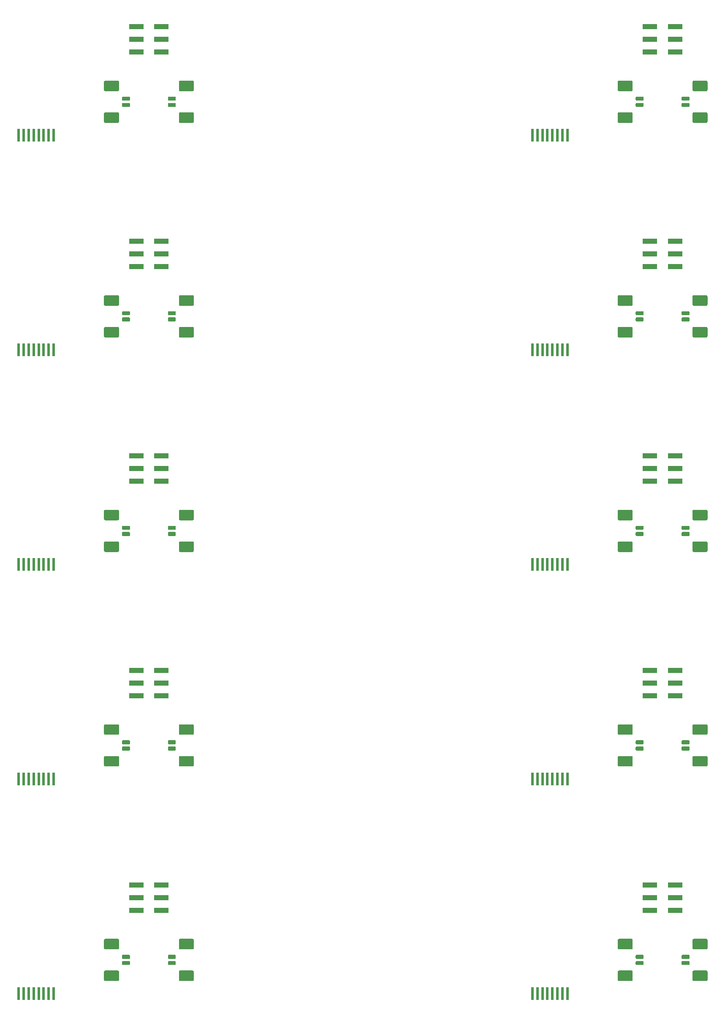
<source format=gbr>
%TF.GenerationSoftware,KiCad,Pcbnew,(5.1.5)-3*%
%TF.CreationDate,2020-06-01T11:27:06+02:00*%
%TF.ProjectId,panel,70616e65-6c2e-46b6-9963-61645f706362,rev?*%
%TF.SameCoordinates,Original*%
%TF.FileFunction,Paste,Bot*%
%TF.FilePolarity,Positive*%
%FSLAX46Y46*%
G04 Gerber Fmt 4.6, Leading zero omitted, Abs format (unit mm)*
G04 Created by KiCad (PCBNEW (5.1.5)-3) date 2020-06-01 11:27:06*
%MOMM*%
%LPD*%
G04 APERTURE LIST*
%ADD10R,3.000000X1.000000*%
%ADD11C,0.150000*%
%ADD12R,0.600000X2.500000*%
G04 APERTURE END LIST*
D10*
%TO.C,J1*%
X200480009Y-225960049D03*
X205520009Y-225960049D03*
X200480009Y-228500049D03*
X205520009Y-228500049D03*
X200480009Y-231040049D03*
X205520009Y-231040049D03*
%TD*%
D11*
%TO.C,J2*%
G36*
X199019612Y-241226012D02*
G01*
X199039027Y-241228892D01*
X199058066Y-241233661D01*
X199076546Y-241240273D01*
X199094288Y-241248665D01*
X199111123Y-241258755D01*
X199126888Y-241270447D01*
X199141430Y-241283628D01*
X199154611Y-241298170D01*
X199166303Y-241313935D01*
X199176393Y-241330770D01*
X199184785Y-241348512D01*
X199191397Y-241366992D01*
X199196166Y-241386031D01*
X199199046Y-241405446D01*
X199200009Y-241425049D01*
X199200009Y-241825049D01*
X199199046Y-241844652D01*
X199196166Y-241864067D01*
X199191397Y-241883106D01*
X199184785Y-241901586D01*
X199176393Y-241919328D01*
X199166303Y-241936163D01*
X199154611Y-241951928D01*
X199141430Y-241966470D01*
X199126888Y-241979651D01*
X199111123Y-241991343D01*
X199094288Y-242001433D01*
X199076546Y-242009825D01*
X199058066Y-242016437D01*
X199039027Y-242021206D01*
X199019612Y-242024086D01*
X199000009Y-242025049D01*
X197800009Y-242025049D01*
X197780406Y-242024086D01*
X197760991Y-242021206D01*
X197741952Y-242016437D01*
X197723472Y-242009825D01*
X197705730Y-242001433D01*
X197688895Y-241991343D01*
X197673130Y-241979651D01*
X197658588Y-241966470D01*
X197645407Y-241951928D01*
X197633715Y-241936163D01*
X197623625Y-241919328D01*
X197615233Y-241901586D01*
X197608621Y-241883106D01*
X197603852Y-241864067D01*
X197600972Y-241844652D01*
X197600009Y-241825049D01*
X197600009Y-241425049D01*
X197600972Y-241405446D01*
X197603852Y-241386031D01*
X197608621Y-241366992D01*
X197615233Y-241348512D01*
X197623625Y-241330770D01*
X197633715Y-241313935D01*
X197645407Y-241298170D01*
X197658588Y-241283628D01*
X197673130Y-241270447D01*
X197688895Y-241258755D01*
X197705730Y-241248665D01*
X197723472Y-241240273D01*
X197741952Y-241233661D01*
X197760991Y-241228892D01*
X197780406Y-241226012D01*
X197800009Y-241225049D01*
X199000009Y-241225049D01*
X199019612Y-241226012D01*
G37*
G36*
X199019612Y-239976012D02*
G01*
X199039027Y-239978892D01*
X199058066Y-239983661D01*
X199076546Y-239990273D01*
X199094288Y-239998665D01*
X199111123Y-240008755D01*
X199126888Y-240020447D01*
X199141430Y-240033628D01*
X199154611Y-240048170D01*
X199166303Y-240063935D01*
X199176393Y-240080770D01*
X199184785Y-240098512D01*
X199191397Y-240116992D01*
X199196166Y-240136031D01*
X199199046Y-240155446D01*
X199200009Y-240175049D01*
X199200009Y-240575049D01*
X199199046Y-240594652D01*
X199196166Y-240614067D01*
X199191397Y-240633106D01*
X199184785Y-240651586D01*
X199176393Y-240669328D01*
X199166303Y-240686163D01*
X199154611Y-240701928D01*
X199141430Y-240716470D01*
X199126888Y-240729651D01*
X199111123Y-240741343D01*
X199094288Y-240751433D01*
X199076546Y-240759825D01*
X199058066Y-240766437D01*
X199039027Y-240771206D01*
X199019612Y-240774086D01*
X199000009Y-240775049D01*
X197800009Y-240775049D01*
X197780406Y-240774086D01*
X197760991Y-240771206D01*
X197741952Y-240766437D01*
X197723472Y-240759825D01*
X197705730Y-240751433D01*
X197688895Y-240741343D01*
X197673130Y-240729651D01*
X197658588Y-240716470D01*
X197645407Y-240701928D01*
X197633715Y-240686163D01*
X197623625Y-240669328D01*
X197615233Y-240651586D01*
X197608621Y-240633106D01*
X197603852Y-240614067D01*
X197600972Y-240594652D01*
X197600009Y-240575049D01*
X197600009Y-240175049D01*
X197600972Y-240155446D01*
X197603852Y-240136031D01*
X197608621Y-240116992D01*
X197615233Y-240098512D01*
X197623625Y-240080770D01*
X197633715Y-240063935D01*
X197645407Y-240048170D01*
X197658588Y-240033628D01*
X197673130Y-240020447D01*
X197688895Y-240008755D01*
X197705730Y-239998665D01*
X197723472Y-239990273D01*
X197741952Y-239983661D01*
X197760991Y-239978892D01*
X197780406Y-239976012D01*
X197800009Y-239975049D01*
X199000009Y-239975049D01*
X199019612Y-239976012D01*
G37*
G36*
X196774513Y-243126253D02*
G01*
X196798782Y-243129853D01*
X196822580Y-243135814D01*
X196845680Y-243144079D01*
X196867858Y-243154569D01*
X196888902Y-243167182D01*
X196908607Y-243181796D01*
X196926786Y-243198272D01*
X196943262Y-243216451D01*
X196957876Y-243236156D01*
X196970489Y-243257200D01*
X196980979Y-243279378D01*
X196989244Y-243302478D01*
X196995205Y-243326276D01*
X196998805Y-243350545D01*
X197000009Y-243375049D01*
X197000009Y-244975049D01*
X196998805Y-244999553D01*
X196995205Y-245023822D01*
X196989244Y-245047620D01*
X196980979Y-245070720D01*
X196970489Y-245092898D01*
X196957876Y-245113942D01*
X196943262Y-245133647D01*
X196926786Y-245151826D01*
X196908607Y-245168302D01*
X196888902Y-245182916D01*
X196867858Y-245195529D01*
X196845680Y-245206019D01*
X196822580Y-245214284D01*
X196798782Y-245220245D01*
X196774513Y-245223845D01*
X196750009Y-245225049D01*
X194250009Y-245225049D01*
X194225505Y-245223845D01*
X194201236Y-245220245D01*
X194177438Y-245214284D01*
X194154338Y-245206019D01*
X194132160Y-245195529D01*
X194111116Y-245182916D01*
X194091411Y-245168302D01*
X194073232Y-245151826D01*
X194056756Y-245133647D01*
X194042142Y-245113942D01*
X194029529Y-245092898D01*
X194019039Y-245070720D01*
X194010774Y-245047620D01*
X194004813Y-245023822D01*
X194001213Y-244999553D01*
X194000009Y-244975049D01*
X194000009Y-243375049D01*
X194001213Y-243350545D01*
X194004813Y-243326276D01*
X194010774Y-243302478D01*
X194019039Y-243279378D01*
X194029529Y-243257200D01*
X194042142Y-243236156D01*
X194056756Y-243216451D01*
X194073232Y-243198272D01*
X194091411Y-243181796D01*
X194111116Y-243167182D01*
X194132160Y-243154569D01*
X194154338Y-243144079D01*
X194177438Y-243135814D01*
X194201236Y-243129853D01*
X194225505Y-243126253D01*
X194250009Y-243125049D01*
X196750009Y-243125049D01*
X196774513Y-243126253D01*
G37*
G36*
X196774513Y-236776253D02*
G01*
X196798782Y-236779853D01*
X196822580Y-236785814D01*
X196845680Y-236794079D01*
X196867858Y-236804569D01*
X196888902Y-236817182D01*
X196908607Y-236831796D01*
X196926786Y-236848272D01*
X196943262Y-236866451D01*
X196957876Y-236886156D01*
X196970489Y-236907200D01*
X196980979Y-236929378D01*
X196989244Y-236952478D01*
X196995205Y-236976276D01*
X196998805Y-237000545D01*
X197000009Y-237025049D01*
X197000009Y-238625049D01*
X196998805Y-238649553D01*
X196995205Y-238673822D01*
X196989244Y-238697620D01*
X196980979Y-238720720D01*
X196970489Y-238742898D01*
X196957876Y-238763942D01*
X196943262Y-238783647D01*
X196926786Y-238801826D01*
X196908607Y-238818302D01*
X196888902Y-238832916D01*
X196867858Y-238845529D01*
X196845680Y-238856019D01*
X196822580Y-238864284D01*
X196798782Y-238870245D01*
X196774513Y-238873845D01*
X196750009Y-238875049D01*
X194250009Y-238875049D01*
X194225505Y-238873845D01*
X194201236Y-238870245D01*
X194177438Y-238864284D01*
X194154338Y-238856019D01*
X194132160Y-238845529D01*
X194111116Y-238832916D01*
X194091411Y-238818302D01*
X194073232Y-238801826D01*
X194056756Y-238783647D01*
X194042142Y-238763942D01*
X194029529Y-238742898D01*
X194019039Y-238720720D01*
X194010774Y-238697620D01*
X194004813Y-238673822D01*
X194001213Y-238649553D01*
X194000009Y-238625049D01*
X194000009Y-237025049D01*
X194001213Y-237000545D01*
X194004813Y-236976276D01*
X194010774Y-236952478D01*
X194019039Y-236929378D01*
X194029529Y-236907200D01*
X194042142Y-236886156D01*
X194056756Y-236866451D01*
X194073232Y-236848272D01*
X194091411Y-236831796D01*
X194111116Y-236817182D01*
X194132160Y-236804569D01*
X194154338Y-236794079D01*
X194177438Y-236785814D01*
X194201236Y-236779853D01*
X194225505Y-236776253D01*
X194250009Y-236775049D01*
X196750009Y-236775049D01*
X196774513Y-236776253D01*
G37*
%TD*%
%TO.C,J3*%
G36*
X208219612Y-239976012D02*
G01*
X208239027Y-239978892D01*
X208258066Y-239983661D01*
X208276546Y-239990273D01*
X208294288Y-239998665D01*
X208311123Y-240008755D01*
X208326888Y-240020447D01*
X208341430Y-240033628D01*
X208354611Y-240048170D01*
X208366303Y-240063935D01*
X208376393Y-240080770D01*
X208384785Y-240098512D01*
X208391397Y-240116992D01*
X208396166Y-240136031D01*
X208399046Y-240155446D01*
X208400009Y-240175049D01*
X208400009Y-240575049D01*
X208399046Y-240594652D01*
X208396166Y-240614067D01*
X208391397Y-240633106D01*
X208384785Y-240651586D01*
X208376393Y-240669328D01*
X208366303Y-240686163D01*
X208354611Y-240701928D01*
X208341430Y-240716470D01*
X208326888Y-240729651D01*
X208311123Y-240741343D01*
X208294288Y-240751433D01*
X208276546Y-240759825D01*
X208258066Y-240766437D01*
X208239027Y-240771206D01*
X208219612Y-240774086D01*
X208200009Y-240775049D01*
X207000009Y-240775049D01*
X206980406Y-240774086D01*
X206960991Y-240771206D01*
X206941952Y-240766437D01*
X206923472Y-240759825D01*
X206905730Y-240751433D01*
X206888895Y-240741343D01*
X206873130Y-240729651D01*
X206858588Y-240716470D01*
X206845407Y-240701928D01*
X206833715Y-240686163D01*
X206823625Y-240669328D01*
X206815233Y-240651586D01*
X206808621Y-240633106D01*
X206803852Y-240614067D01*
X206800972Y-240594652D01*
X206800009Y-240575049D01*
X206800009Y-240175049D01*
X206800972Y-240155446D01*
X206803852Y-240136031D01*
X206808621Y-240116992D01*
X206815233Y-240098512D01*
X206823625Y-240080770D01*
X206833715Y-240063935D01*
X206845407Y-240048170D01*
X206858588Y-240033628D01*
X206873130Y-240020447D01*
X206888895Y-240008755D01*
X206905730Y-239998665D01*
X206923472Y-239990273D01*
X206941952Y-239983661D01*
X206960991Y-239978892D01*
X206980406Y-239976012D01*
X207000009Y-239975049D01*
X208200009Y-239975049D01*
X208219612Y-239976012D01*
G37*
G36*
X208219612Y-241226012D02*
G01*
X208239027Y-241228892D01*
X208258066Y-241233661D01*
X208276546Y-241240273D01*
X208294288Y-241248665D01*
X208311123Y-241258755D01*
X208326888Y-241270447D01*
X208341430Y-241283628D01*
X208354611Y-241298170D01*
X208366303Y-241313935D01*
X208376393Y-241330770D01*
X208384785Y-241348512D01*
X208391397Y-241366992D01*
X208396166Y-241386031D01*
X208399046Y-241405446D01*
X208400009Y-241425049D01*
X208400009Y-241825049D01*
X208399046Y-241844652D01*
X208396166Y-241864067D01*
X208391397Y-241883106D01*
X208384785Y-241901586D01*
X208376393Y-241919328D01*
X208366303Y-241936163D01*
X208354611Y-241951928D01*
X208341430Y-241966470D01*
X208326888Y-241979651D01*
X208311123Y-241991343D01*
X208294288Y-242001433D01*
X208276546Y-242009825D01*
X208258066Y-242016437D01*
X208239027Y-242021206D01*
X208219612Y-242024086D01*
X208200009Y-242025049D01*
X207000009Y-242025049D01*
X206980406Y-242024086D01*
X206960991Y-242021206D01*
X206941952Y-242016437D01*
X206923472Y-242009825D01*
X206905730Y-242001433D01*
X206888895Y-241991343D01*
X206873130Y-241979651D01*
X206858588Y-241966470D01*
X206845407Y-241951928D01*
X206833715Y-241936163D01*
X206823625Y-241919328D01*
X206815233Y-241901586D01*
X206808621Y-241883106D01*
X206803852Y-241864067D01*
X206800972Y-241844652D01*
X206800009Y-241825049D01*
X206800009Y-241425049D01*
X206800972Y-241405446D01*
X206803852Y-241386031D01*
X206808621Y-241366992D01*
X206815233Y-241348512D01*
X206823625Y-241330770D01*
X206833715Y-241313935D01*
X206845407Y-241298170D01*
X206858588Y-241283628D01*
X206873130Y-241270447D01*
X206888895Y-241258755D01*
X206905730Y-241248665D01*
X206923472Y-241240273D01*
X206941952Y-241233661D01*
X206960991Y-241228892D01*
X206980406Y-241226012D01*
X207000009Y-241225049D01*
X208200009Y-241225049D01*
X208219612Y-241226012D01*
G37*
G36*
X211774513Y-236776253D02*
G01*
X211798782Y-236779853D01*
X211822580Y-236785814D01*
X211845680Y-236794079D01*
X211867858Y-236804569D01*
X211888902Y-236817182D01*
X211908607Y-236831796D01*
X211926786Y-236848272D01*
X211943262Y-236866451D01*
X211957876Y-236886156D01*
X211970489Y-236907200D01*
X211980979Y-236929378D01*
X211989244Y-236952478D01*
X211995205Y-236976276D01*
X211998805Y-237000545D01*
X212000009Y-237025049D01*
X212000009Y-238625049D01*
X211998805Y-238649553D01*
X211995205Y-238673822D01*
X211989244Y-238697620D01*
X211980979Y-238720720D01*
X211970489Y-238742898D01*
X211957876Y-238763942D01*
X211943262Y-238783647D01*
X211926786Y-238801826D01*
X211908607Y-238818302D01*
X211888902Y-238832916D01*
X211867858Y-238845529D01*
X211845680Y-238856019D01*
X211822580Y-238864284D01*
X211798782Y-238870245D01*
X211774513Y-238873845D01*
X211750009Y-238875049D01*
X209250009Y-238875049D01*
X209225505Y-238873845D01*
X209201236Y-238870245D01*
X209177438Y-238864284D01*
X209154338Y-238856019D01*
X209132160Y-238845529D01*
X209111116Y-238832916D01*
X209091411Y-238818302D01*
X209073232Y-238801826D01*
X209056756Y-238783647D01*
X209042142Y-238763942D01*
X209029529Y-238742898D01*
X209019039Y-238720720D01*
X209010774Y-238697620D01*
X209004813Y-238673822D01*
X209001213Y-238649553D01*
X209000009Y-238625049D01*
X209000009Y-237025049D01*
X209001213Y-237000545D01*
X209004813Y-236976276D01*
X209010774Y-236952478D01*
X209019039Y-236929378D01*
X209029529Y-236907200D01*
X209042142Y-236886156D01*
X209056756Y-236866451D01*
X209073232Y-236848272D01*
X209091411Y-236831796D01*
X209111116Y-236817182D01*
X209132160Y-236804569D01*
X209154338Y-236794079D01*
X209177438Y-236785814D01*
X209201236Y-236779853D01*
X209225505Y-236776253D01*
X209250009Y-236775049D01*
X211750009Y-236775049D01*
X211774513Y-236776253D01*
G37*
G36*
X211774513Y-243126253D02*
G01*
X211798782Y-243129853D01*
X211822580Y-243135814D01*
X211845680Y-243144079D01*
X211867858Y-243154569D01*
X211888902Y-243167182D01*
X211908607Y-243181796D01*
X211926786Y-243198272D01*
X211943262Y-243216451D01*
X211957876Y-243236156D01*
X211970489Y-243257200D01*
X211980979Y-243279378D01*
X211989244Y-243302478D01*
X211995205Y-243326276D01*
X211998805Y-243350545D01*
X212000009Y-243375049D01*
X212000009Y-244975049D01*
X211998805Y-244999553D01*
X211995205Y-245023822D01*
X211989244Y-245047620D01*
X211980979Y-245070720D01*
X211970489Y-245092898D01*
X211957876Y-245113942D01*
X211943262Y-245133647D01*
X211926786Y-245151826D01*
X211908607Y-245168302D01*
X211888902Y-245182916D01*
X211867858Y-245195529D01*
X211845680Y-245206019D01*
X211822580Y-245214284D01*
X211798782Y-245220245D01*
X211774513Y-245223845D01*
X211750009Y-245225049D01*
X209250009Y-245225049D01*
X209225505Y-245223845D01*
X209201236Y-245220245D01*
X209177438Y-245214284D01*
X209154338Y-245206019D01*
X209132160Y-245195529D01*
X209111116Y-245182916D01*
X209091411Y-245168302D01*
X209073232Y-245151826D01*
X209056756Y-245133647D01*
X209042142Y-245113942D01*
X209029529Y-245092898D01*
X209019039Y-245070720D01*
X209010774Y-245047620D01*
X209004813Y-245023822D01*
X209001213Y-244999553D01*
X209000009Y-244975049D01*
X209000009Y-243375049D01*
X209001213Y-243350545D01*
X209004813Y-243326276D01*
X209010774Y-243302478D01*
X209019039Y-243279378D01*
X209029529Y-243257200D01*
X209042142Y-243236156D01*
X209056756Y-243216451D01*
X209073232Y-243198272D01*
X209091411Y-243181796D01*
X209111116Y-243167182D01*
X209132160Y-243154569D01*
X209154338Y-243144079D01*
X209177438Y-243135814D01*
X209201236Y-243129853D01*
X209225505Y-243126253D01*
X209250009Y-243125049D01*
X211750009Y-243125049D01*
X211774513Y-243126253D01*
G37*
%TD*%
D12*
%TO.C,J4*%
X176900009Y-247700049D03*
X177900009Y-247700049D03*
X178900009Y-247700049D03*
X179900009Y-247700049D03*
X180900009Y-247700049D03*
X181900009Y-247700049D03*
X183900009Y-247700049D03*
X182900009Y-247700049D03*
%TD*%
D10*
%TO.C,J1*%
X97480001Y-225960049D03*
X102520001Y-225960049D03*
X97480001Y-228500049D03*
X102520001Y-228500049D03*
X97480001Y-231040049D03*
X102520001Y-231040049D03*
%TD*%
D11*
%TO.C,J2*%
G36*
X96019604Y-241226012D02*
G01*
X96039019Y-241228892D01*
X96058058Y-241233661D01*
X96076538Y-241240273D01*
X96094280Y-241248665D01*
X96111115Y-241258755D01*
X96126880Y-241270447D01*
X96141422Y-241283628D01*
X96154603Y-241298170D01*
X96166295Y-241313935D01*
X96176385Y-241330770D01*
X96184777Y-241348512D01*
X96191389Y-241366992D01*
X96196158Y-241386031D01*
X96199038Y-241405446D01*
X96200001Y-241425049D01*
X96200001Y-241825049D01*
X96199038Y-241844652D01*
X96196158Y-241864067D01*
X96191389Y-241883106D01*
X96184777Y-241901586D01*
X96176385Y-241919328D01*
X96166295Y-241936163D01*
X96154603Y-241951928D01*
X96141422Y-241966470D01*
X96126880Y-241979651D01*
X96111115Y-241991343D01*
X96094280Y-242001433D01*
X96076538Y-242009825D01*
X96058058Y-242016437D01*
X96039019Y-242021206D01*
X96019604Y-242024086D01*
X96000001Y-242025049D01*
X94800001Y-242025049D01*
X94780398Y-242024086D01*
X94760983Y-242021206D01*
X94741944Y-242016437D01*
X94723464Y-242009825D01*
X94705722Y-242001433D01*
X94688887Y-241991343D01*
X94673122Y-241979651D01*
X94658580Y-241966470D01*
X94645399Y-241951928D01*
X94633707Y-241936163D01*
X94623617Y-241919328D01*
X94615225Y-241901586D01*
X94608613Y-241883106D01*
X94603844Y-241864067D01*
X94600964Y-241844652D01*
X94600001Y-241825049D01*
X94600001Y-241425049D01*
X94600964Y-241405446D01*
X94603844Y-241386031D01*
X94608613Y-241366992D01*
X94615225Y-241348512D01*
X94623617Y-241330770D01*
X94633707Y-241313935D01*
X94645399Y-241298170D01*
X94658580Y-241283628D01*
X94673122Y-241270447D01*
X94688887Y-241258755D01*
X94705722Y-241248665D01*
X94723464Y-241240273D01*
X94741944Y-241233661D01*
X94760983Y-241228892D01*
X94780398Y-241226012D01*
X94800001Y-241225049D01*
X96000001Y-241225049D01*
X96019604Y-241226012D01*
G37*
G36*
X96019604Y-239976012D02*
G01*
X96039019Y-239978892D01*
X96058058Y-239983661D01*
X96076538Y-239990273D01*
X96094280Y-239998665D01*
X96111115Y-240008755D01*
X96126880Y-240020447D01*
X96141422Y-240033628D01*
X96154603Y-240048170D01*
X96166295Y-240063935D01*
X96176385Y-240080770D01*
X96184777Y-240098512D01*
X96191389Y-240116992D01*
X96196158Y-240136031D01*
X96199038Y-240155446D01*
X96200001Y-240175049D01*
X96200001Y-240575049D01*
X96199038Y-240594652D01*
X96196158Y-240614067D01*
X96191389Y-240633106D01*
X96184777Y-240651586D01*
X96176385Y-240669328D01*
X96166295Y-240686163D01*
X96154603Y-240701928D01*
X96141422Y-240716470D01*
X96126880Y-240729651D01*
X96111115Y-240741343D01*
X96094280Y-240751433D01*
X96076538Y-240759825D01*
X96058058Y-240766437D01*
X96039019Y-240771206D01*
X96019604Y-240774086D01*
X96000001Y-240775049D01*
X94800001Y-240775049D01*
X94780398Y-240774086D01*
X94760983Y-240771206D01*
X94741944Y-240766437D01*
X94723464Y-240759825D01*
X94705722Y-240751433D01*
X94688887Y-240741343D01*
X94673122Y-240729651D01*
X94658580Y-240716470D01*
X94645399Y-240701928D01*
X94633707Y-240686163D01*
X94623617Y-240669328D01*
X94615225Y-240651586D01*
X94608613Y-240633106D01*
X94603844Y-240614067D01*
X94600964Y-240594652D01*
X94600001Y-240575049D01*
X94600001Y-240175049D01*
X94600964Y-240155446D01*
X94603844Y-240136031D01*
X94608613Y-240116992D01*
X94615225Y-240098512D01*
X94623617Y-240080770D01*
X94633707Y-240063935D01*
X94645399Y-240048170D01*
X94658580Y-240033628D01*
X94673122Y-240020447D01*
X94688887Y-240008755D01*
X94705722Y-239998665D01*
X94723464Y-239990273D01*
X94741944Y-239983661D01*
X94760983Y-239978892D01*
X94780398Y-239976012D01*
X94800001Y-239975049D01*
X96000001Y-239975049D01*
X96019604Y-239976012D01*
G37*
G36*
X93774505Y-243126253D02*
G01*
X93798774Y-243129853D01*
X93822572Y-243135814D01*
X93845672Y-243144079D01*
X93867850Y-243154569D01*
X93888894Y-243167182D01*
X93908599Y-243181796D01*
X93926778Y-243198272D01*
X93943254Y-243216451D01*
X93957868Y-243236156D01*
X93970481Y-243257200D01*
X93980971Y-243279378D01*
X93989236Y-243302478D01*
X93995197Y-243326276D01*
X93998797Y-243350545D01*
X94000001Y-243375049D01*
X94000001Y-244975049D01*
X93998797Y-244999553D01*
X93995197Y-245023822D01*
X93989236Y-245047620D01*
X93980971Y-245070720D01*
X93970481Y-245092898D01*
X93957868Y-245113942D01*
X93943254Y-245133647D01*
X93926778Y-245151826D01*
X93908599Y-245168302D01*
X93888894Y-245182916D01*
X93867850Y-245195529D01*
X93845672Y-245206019D01*
X93822572Y-245214284D01*
X93798774Y-245220245D01*
X93774505Y-245223845D01*
X93750001Y-245225049D01*
X91250001Y-245225049D01*
X91225497Y-245223845D01*
X91201228Y-245220245D01*
X91177430Y-245214284D01*
X91154330Y-245206019D01*
X91132152Y-245195529D01*
X91111108Y-245182916D01*
X91091403Y-245168302D01*
X91073224Y-245151826D01*
X91056748Y-245133647D01*
X91042134Y-245113942D01*
X91029521Y-245092898D01*
X91019031Y-245070720D01*
X91010766Y-245047620D01*
X91004805Y-245023822D01*
X91001205Y-244999553D01*
X91000001Y-244975049D01*
X91000001Y-243375049D01*
X91001205Y-243350545D01*
X91004805Y-243326276D01*
X91010766Y-243302478D01*
X91019031Y-243279378D01*
X91029521Y-243257200D01*
X91042134Y-243236156D01*
X91056748Y-243216451D01*
X91073224Y-243198272D01*
X91091403Y-243181796D01*
X91111108Y-243167182D01*
X91132152Y-243154569D01*
X91154330Y-243144079D01*
X91177430Y-243135814D01*
X91201228Y-243129853D01*
X91225497Y-243126253D01*
X91250001Y-243125049D01*
X93750001Y-243125049D01*
X93774505Y-243126253D01*
G37*
G36*
X93774505Y-236776253D02*
G01*
X93798774Y-236779853D01*
X93822572Y-236785814D01*
X93845672Y-236794079D01*
X93867850Y-236804569D01*
X93888894Y-236817182D01*
X93908599Y-236831796D01*
X93926778Y-236848272D01*
X93943254Y-236866451D01*
X93957868Y-236886156D01*
X93970481Y-236907200D01*
X93980971Y-236929378D01*
X93989236Y-236952478D01*
X93995197Y-236976276D01*
X93998797Y-237000545D01*
X94000001Y-237025049D01*
X94000001Y-238625049D01*
X93998797Y-238649553D01*
X93995197Y-238673822D01*
X93989236Y-238697620D01*
X93980971Y-238720720D01*
X93970481Y-238742898D01*
X93957868Y-238763942D01*
X93943254Y-238783647D01*
X93926778Y-238801826D01*
X93908599Y-238818302D01*
X93888894Y-238832916D01*
X93867850Y-238845529D01*
X93845672Y-238856019D01*
X93822572Y-238864284D01*
X93798774Y-238870245D01*
X93774505Y-238873845D01*
X93750001Y-238875049D01*
X91250001Y-238875049D01*
X91225497Y-238873845D01*
X91201228Y-238870245D01*
X91177430Y-238864284D01*
X91154330Y-238856019D01*
X91132152Y-238845529D01*
X91111108Y-238832916D01*
X91091403Y-238818302D01*
X91073224Y-238801826D01*
X91056748Y-238783647D01*
X91042134Y-238763942D01*
X91029521Y-238742898D01*
X91019031Y-238720720D01*
X91010766Y-238697620D01*
X91004805Y-238673822D01*
X91001205Y-238649553D01*
X91000001Y-238625049D01*
X91000001Y-237025049D01*
X91001205Y-237000545D01*
X91004805Y-236976276D01*
X91010766Y-236952478D01*
X91019031Y-236929378D01*
X91029521Y-236907200D01*
X91042134Y-236886156D01*
X91056748Y-236866451D01*
X91073224Y-236848272D01*
X91091403Y-236831796D01*
X91111108Y-236817182D01*
X91132152Y-236804569D01*
X91154330Y-236794079D01*
X91177430Y-236785814D01*
X91201228Y-236779853D01*
X91225497Y-236776253D01*
X91250001Y-236775049D01*
X93750001Y-236775049D01*
X93774505Y-236776253D01*
G37*
%TD*%
%TO.C,J3*%
G36*
X105219604Y-239976012D02*
G01*
X105239019Y-239978892D01*
X105258058Y-239983661D01*
X105276538Y-239990273D01*
X105294280Y-239998665D01*
X105311115Y-240008755D01*
X105326880Y-240020447D01*
X105341422Y-240033628D01*
X105354603Y-240048170D01*
X105366295Y-240063935D01*
X105376385Y-240080770D01*
X105384777Y-240098512D01*
X105391389Y-240116992D01*
X105396158Y-240136031D01*
X105399038Y-240155446D01*
X105400001Y-240175049D01*
X105400001Y-240575049D01*
X105399038Y-240594652D01*
X105396158Y-240614067D01*
X105391389Y-240633106D01*
X105384777Y-240651586D01*
X105376385Y-240669328D01*
X105366295Y-240686163D01*
X105354603Y-240701928D01*
X105341422Y-240716470D01*
X105326880Y-240729651D01*
X105311115Y-240741343D01*
X105294280Y-240751433D01*
X105276538Y-240759825D01*
X105258058Y-240766437D01*
X105239019Y-240771206D01*
X105219604Y-240774086D01*
X105200001Y-240775049D01*
X104000001Y-240775049D01*
X103980398Y-240774086D01*
X103960983Y-240771206D01*
X103941944Y-240766437D01*
X103923464Y-240759825D01*
X103905722Y-240751433D01*
X103888887Y-240741343D01*
X103873122Y-240729651D01*
X103858580Y-240716470D01*
X103845399Y-240701928D01*
X103833707Y-240686163D01*
X103823617Y-240669328D01*
X103815225Y-240651586D01*
X103808613Y-240633106D01*
X103803844Y-240614067D01*
X103800964Y-240594652D01*
X103800001Y-240575049D01*
X103800001Y-240175049D01*
X103800964Y-240155446D01*
X103803844Y-240136031D01*
X103808613Y-240116992D01*
X103815225Y-240098512D01*
X103823617Y-240080770D01*
X103833707Y-240063935D01*
X103845399Y-240048170D01*
X103858580Y-240033628D01*
X103873122Y-240020447D01*
X103888887Y-240008755D01*
X103905722Y-239998665D01*
X103923464Y-239990273D01*
X103941944Y-239983661D01*
X103960983Y-239978892D01*
X103980398Y-239976012D01*
X104000001Y-239975049D01*
X105200001Y-239975049D01*
X105219604Y-239976012D01*
G37*
G36*
X105219604Y-241226012D02*
G01*
X105239019Y-241228892D01*
X105258058Y-241233661D01*
X105276538Y-241240273D01*
X105294280Y-241248665D01*
X105311115Y-241258755D01*
X105326880Y-241270447D01*
X105341422Y-241283628D01*
X105354603Y-241298170D01*
X105366295Y-241313935D01*
X105376385Y-241330770D01*
X105384777Y-241348512D01*
X105391389Y-241366992D01*
X105396158Y-241386031D01*
X105399038Y-241405446D01*
X105400001Y-241425049D01*
X105400001Y-241825049D01*
X105399038Y-241844652D01*
X105396158Y-241864067D01*
X105391389Y-241883106D01*
X105384777Y-241901586D01*
X105376385Y-241919328D01*
X105366295Y-241936163D01*
X105354603Y-241951928D01*
X105341422Y-241966470D01*
X105326880Y-241979651D01*
X105311115Y-241991343D01*
X105294280Y-242001433D01*
X105276538Y-242009825D01*
X105258058Y-242016437D01*
X105239019Y-242021206D01*
X105219604Y-242024086D01*
X105200001Y-242025049D01*
X104000001Y-242025049D01*
X103980398Y-242024086D01*
X103960983Y-242021206D01*
X103941944Y-242016437D01*
X103923464Y-242009825D01*
X103905722Y-242001433D01*
X103888887Y-241991343D01*
X103873122Y-241979651D01*
X103858580Y-241966470D01*
X103845399Y-241951928D01*
X103833707Y-241936163D01*
X103823617Y-241919328D01*
X103815225Y-241901586D01*
X103808613Y-241883106D01*
X103803844Y-241864067D01*
X103800964Y-241844652D01*
X103800001Y-241825049D01*
X103800001Y-241425049D01*
X103800964Y-241405446D01*
X103803844Y-241386031D01*
X103808613Y-241366992D01*
X103815225Y-241348512D01*
X103823617Y-241330770D01*
X103833707Y-241313935D01*
X103845399Y-241298170D01*
X103858580Y-241283628D01*
X103873122Y-241270447D01*
X103888887Y-241258755D01*
X103905722Y-241248665D01*
X103923464Y-241240273D01*
X103941944Y-241233661D01*
X103960983Y-241228892D01*
X103980398Y-241226012D01*
X104000001Y-241225049D01*
X105200001Y-241225049D01*
X105219604Y-241226012D01*
G37*
G36*
X108774505Y-236776253D02*
G01*
X108798774Y-236779853D01*
X108822572Y-236785814D01*
X108845672Y-236794079D01*
X108867850Y-236804569D01*
X108888894Y-236817182D01*
X108908599Y-236831796D01*
X108926778Y-236848272D01*
X108943254Y-236866451D01*
X108957868Y-236886156D01*
X108970481Y-236907200D01*
X108980971Y-236929378D01*
X108989236Y-236952478D01*
X108995197Y-236976276D01*
X108998797Y-237000545D01*
X109000001Y-237025049D01*
X109000001Y-238625049D01*
X108998797Y-238649553D01*
X108995197Y-238673822D01*
X108989236Y-238697620D01*
X108980971Y-238720720D01*
X108970481Y-238742898D01*
X108957868Y-238763942D01*
X108943254Y-238783647D01*
X108926778Y-238801826D01*
X108908599Y-238818302D01*
X108888894Y-238832916D01*
X108867850Y-238845529D01*
X108845672Y-238856019D01*
X108822572Y-238864284D01*
X108798774Y-238870245D01*
X108774505Y-238873845D01*
X108750001Y-238875049D01*
X106250001Y-238875049D01*
X106225497Y-238873845D01*
X106201228Y-238870245D01*
X106177430Y-238864284D01*
X106154330Y-238856019D01*
X106132152Y-238845529D01*
X106111108Y-238832916D01*
X106091403Y-238818302D01*
X106073224Y-238801826D01*
X106056748Y-238783647D01*
X106042134Y-238763942D01*
X106029521Y-238742898D01*
X106019031Y-238720720D01*
X106010766Y-238697620D01*
X106004805Y-238673822D01*
X106001205Y-238649553D01*
X106000001Y-238625049D01*
X106000001Y-237025049D01*
X106001205Y-237000545D01*
X106004805Y-236976276D01*
X106010766Y-236952478D01*
X106019031Y-236929378D01*
X106029521Y-236907200D01*
X106042134Y-236886156D01*
X106056748Y-236866451D01*
X106073224Y-236848272D01*
X106091403Y-236831796D01*
X106111108Y-236817182D01*
X106132152Y-236804569D01*
X106154330Y-236794079D01*
X106177430Y-236785814D01*
X106201228Y-236779853D01*
X106225497Y-236776253D01*
X106250001Y-236775049D01*
X108750001Y-236775049D01*
X108774505Y-236776253D01*
G37*
G36*
X108774505Y-243126253D02*
G01*
X108798774Y-243129853D01*
X108822572Y-243135814D01*
X108845672Y-243144079D01*
X108867850Y-243154569D01*
X108888894Y-243167182D01*
X108908599Y-243181796D01*
X108926778Y-243198272D01*
X108943254Y-243216451D01*
X108957868Y-243236156D01*
X108970481Y-243257200D01*
X108980971Y-243279378D01*
X108989236Y-243302478D01*
X108995197Y-243326276D01*
X108998797Y-243350545D01*
X109000001Y-243375049D01*
X109000001Y-244975049D01*
X108998797Y-244999553D01*
X108995197Y-245023822D01*
X108989236Y-245047620D01*
X108980971Y-245070720D01*
X108970481Y-245092898D01*
X108957868Y-245113942D01*
X108943254Y-245133647D01*
X108926778Y-245151826D01*
X108908599Y-245168302D01*
X108888894Y-245182916D01*
X108867850Y-245195529D01*
X108845672Y-245206019D01*
X108822572Y-245214284D01*
X108798774Y-245220245D01*
X108774505Y-245223845D01*
X108750001Y-245225049D01*
X106250001Y-245225049D01*
X106225497Y-245223845D01*
X106201228Y-245220245D01*
X106177430Y-245214284D01*
X106154330Y-245206019D01*
X106132152Y-245195529D01*
X106111108Y-245182916D01*
X106091403Y-245168302D01*
X106073224Y-245151826D01*
X106056748Y-245133647D01*
X106042134Y-245113942D01*
X106029521Y-245092898D01*
X106019031Y-245070720D01*
X106010766Y-245047620D01*
X106004805Y-245023822D01*
X106001205Y-244999553D01*
X106000001Y-244975049D01*
X106000001Y-243375049D01*
X106001205Y-243350545D01*
X106004805Y-243326276D01*
X106010766Y-243302478D01*
X106019031Y-243279378D01*
X106029521Y-243257200D01*
X106042134Y-243236156D01*
X106056748Y-243216451D01*
X106073224Y-243198272D01*
X106091403Y-243181796D01*
X106111108Y-243167182D01*
X106132152Y-243154569D01*
X106154330Y-243144079D01*
X106177430Y-243135814D01*
X106201228Y-243129853D01*
X106225497Y-243126253D01*
X106250001Y-243125049D01*
X108750001Y-243125049D01*
X108774505Y-243126253D01*
G37*
%TD*%
D12*
%TO.C,J4*%
X73900001Y-247700049D03*
X74900001Y-247700049D03*
X75900001Y-247700049D03*
X76900001Y-247700049D03*
X77900001Y-247700049D03*
X78900001Y-247700049D03*
X80900001Y-247700049D03*
X79900001Y-247700049D03*
%TD*%
D10*
%TO.C,J1*%
X200480009Y-182960037D03*
X205520009Y-182960037D03*
X200480009Y-185500037D03*
X205520009Y-185500037D03*
X200480009Y-188040037D03*
X205520009Y-188040037D03*
%TD*%
D11*
%TO.C,J2*%
G36*
X199019612Y-198226000D02*
G01*
X199039027Y-198228880D01*
X199058066Y-198233649D01*
X199076546Y-198240261D01*
X199094288Y-198248653D01*
X199111123Y-198258743D01*
X199126888Y-198270435D01*
X199141430Y-198283616D01*
X199154611Y-198298158D01*
X199166303Y-198313923D01*
X199176393Y-198330758D01*
X199184785Y-198348500D01*
X199191397Y-198366980D01*
X199196166Y-198386019D01*
X199199046Y-198405434D01*
X199200009Y-198425037D01*
X199200009Y-198825037D01*
X199199046Y-198844640D01*
X199196166Y-198864055D01*
X199191397Y-198883094D01*
X199184785Y-198901574D01*
X199176393Y-198919316D01*
X199166303Y-198936151D01*
X199154611Y-198951916D01*
X199141430Y-198966458D01*
X199126888Y-198979639D01*
X199111123Y-198991331D01*
X199094288Y-199001421D01*
X199076546Y-199009813D01*
X199058066Y-199016425D01*
X199039027Y-199021194D01*
X199019612Y-199024074D01*
X199000009Y-199025037D01*
X197800009Y-199025037D01*
X197780406Y-199024074D01*
X197760991Y-199021194D01*
X197741952Y-199016425D01*
X197723472Y-199009813D01*
X197705730Y-199001421D01*
X197688895Y-198991331D01*
X197673130Y-198979639D01*
X197658588Y-198966458D01*
X197645407Y-198951916D01*
X197633715Y-198936151D01*
X197623625Y-198919316D01*
X197615233Y-198901574D01*
X197608621Y-198883094D01*
X197603852Y-198864055D01*
X197600972Y-198844640D01*
X197600009Y-198825037D01*
X197600009Y-198425037D01*
X197600972Y-198405434D01*
X197603852Y-198386019D01*
X197608621Y-198366980D01*
X197615233Y-198348500D01*
X197623625Y-198330758D01*
X197633715Y-198313923D01*
X197645407Y-198298158D01*
X197658588Y-198283616D01*
X197673130Y-198270435D01*
X197688895Y-198258743D01*
X197705730Y-198248653D01*
X197723472Y-198240261D01*
X197741952Y-198233649D01*
X197760991Y-198228880D01*
X197780406Y-198226000D01*
X197800009Y-198225037D01*
X199000009Y-198225037D01*
X199019612Y-198226000D01*
G37*
G36*
X199019612Y-196976000D02*
G01*
X199039027Y-196978880D01*
X199058066Y-196983649D01*
X199076546Y-196990261D01*
X199094288Y-196998653D01*
X199111123Y-197008743D01*
X199126888Y-197020435D01*
X199141430Y-197033616D01*
X199154611Y-197048158D01*
X199166303Y-197063923D01*
X199176393Y-197080758D01*
X199184785Y-197098500D01*
X199191397Y-197116980D01*
X199196166Y-197136019D01*
X199199046Y-197155434D01*
X199200009Y-197175037D01*
X199200009Y-197575037D01*
X199199046Y-197594640D01*
X199196166Y-197614055D01*
X199191397Y-197633094D01*
X199184785Y-197651574D01*
X199176393Y-197669316D01*
X199166303Y-197686151D01*
X199154611Y-197701916D01*
X199141430Y-197716458D01*
X199126888Y-197729639D01*
X199111123Y-197741331D01*
X199094288Y-197751421D01*
X199076546Y-197759813D01*
X199058066Y-197766425D01*
X199039027Y-197771194D01*
X199019612Y-197774074D01*
X199000009Y-197775037D01*
X197800009Y-197775037D01*
X197780406Y-197774074D01*
X197760991Y-197771194D01*
X197741952Y-197766425D01*
X197723472Y-197759813D01*
X197705730Y-197751421D01*
X197688895Y-197741331D01*
X197673130Y-197729639D01*
X197658588Y-197716458D01*
X197645407Y-197701916D01*
X197633715Y-197686151D01*
X197623625Y-197669316D01*
X197615233Y-197651574D01*
X197608621Y-197633094D01*
X197603852Y-197614055D01*
X197600972Y-197594640D01*
X197600009Y-197575037D01*
X197600009Y-197175037D01*
X197600972Y-197155434D01*
X197603852Y-197136019D01*
X197608621Y-197116980D01*
X197615233Y-197098500D01*
X197623625Y-197080758D01*
X197633715Y-197063923D01*
X197645407Y-197048158D01*
X197658588Y-197033616D01*
X197673130Y-197020435D01*
X197688895Y-197008743D01*
X197705730Y-196998653D01*
X197723472Y-196990261D01*
X197741952Y-196983649D01*
X197760991Y-196978880D01*
X197780406Y-196976000D01*
X197800009Y-196975037D01*
X199000009Y-196975037D01*
X199019612Y-196976000D01*
G37*
G36*
X196774513Y-200126241D02*
G01*
X196798782Y-200129841D01*
X196822580Y-200135802D01*
X196845680Y-200144067D01*
X196867858Y-200154557D01*
X196888902Y-200167170D01*
X196908607Y-200181784D01*
X196926786Y-200198260D01*
X196943262Y-200216439D01*
X196957876Y-200236144D01*
X196970489Y-200257188D01*
X196980979Y-200279366D01*
X196989244Y-200302466D01*
X196995205Y-200326264D01*
X196998805Y-200350533D01*
X197000009Y-200375037D01*
X197000009Y-201975037D01*
X196998805Y-201999541D01*
X196995205Y-202023810D01*
X196989244Y-202047608D01*
X196980979Y-202070708D01*
X196970489Y-202092886D01*
X196957876Y-202113930D01*
X196943262Y-202133635D01*
X196926786Y-202151814D01*
X196908607Y-202168290D01*
X196888902Y-202182904D01*
X196867858Y-202195517D01*
X196845680Y-202206007D01*
X196822580Y-202214272D01*
X196798782Y-202220233D01*
X196774513Y-202223833D01*
X196750009Y-202225037D01*
X194250009Y-202225037D01*
X194225505Y-202223833D01*
X194201236Y-202220233D01*
X194177438Y-202214272D01*
X194154338Y-202206007D01*
X194132160Y-202195517D01*
X194111116Y-202182904D01*
X194091411Y-202168290D01*
X194073232Y-202151814D01*
X194056756Y-202133635D01*
X194042142Y-202113930D01*
X194029529Y-202092886D01*
X194019039Y-202070708D01*
X194010774Y-202047608D01*
X194004813Y-202023810D01*
X194001213Y-201999541D01*
X194000009Y-201975037D01*
X194000009Y-200375037D01*
X194001213Y-200350533D01*
X194004813Y-200326264D01*
X194010774Y-200302466D01*
X194019039Y-200279366D01*
X194029529Y-200257188D01*
X194042142Y-200236144D01*
X194056756Y-200216439D01*
X194073232Y-200198260D01*
X194091411Y-200181784D01*
X194111116Y-200167170D01*
X194132160Y-200154557D01*
X194154338Y-200144067D01*
X194177438Y-200135802D01*
X194201236Y-200129841D01*
X194225505Y-200126241D01*
X194250009Y-200125037D01*
X196750009Y-200125037D01*
X196774513Y-200126241D01*
G37*
G36*
X196774513Y-193776241D02*
G01*
X196798782Y-193779841D01*
X196822580Y-193785802D01*
X196845680Y-193794067D01*
X196867858Y-193804557D01*
X196888902Y-193817170D01*
X196908607Y-193831784D01*
X196926786Y-193848260D01*
X196943262Y-193866439D01*
X196957876Y-193886144D01*
X196970489Y-193907188D01*
X196980979Y-193929366D01*
X196989244Y-193952466D01*
X196995205Y-193976264D01*
X196998805Y-194000533D01*
X197000009Y-194025037D01*
X197000009Y-195625037D01*
X196998805Y-195649541D01*
X196995205Y-195673810D01*
X196989244Y-195697608D01*
X196980979Y-195720708D01*
X196970489Y-195742886D01*
X196957876Y-195763930D01*
X196943262Y-195783635D01*
X196926786Y-195801814D01*
X196908607Y-195818290D01*
X196888902Y-195832904D01*
X196867858Y-195845517D01*
X196845680Y-195856007D01*
X196822580Y-195864272D01*
X196798782Y-195870233D01*
X196774513Y-195873833D01*
X196750009Y-195875037D01*
X194250009Y-195875037D01*
X194225505Y-195873833D01*
X194201236Y-195870233D01*
X194177438Y-195864272D01*
X194154338Y-195856007D01*
X194132160Y-195845517D01*
X194111116Y-195832904D01*
X194091411Y-195818290D01*
X194073232Y-195801814D01*
X194056756Y-195783635D01*
X194042142Y-195763930D01*
X194029529Y-195742886D01*
X194019039Y-195720708D01*
X194010774Y-195697608D01*
X194004813Y-195673810D01*
X194001213Y-195649541D01*
X194000009Y-195625037D01*
X194000009Y-194025037D01*
X194001213Y-194000533D01*
X194004813Y-193976264D01*
X194010774Y-193952466D01*
X194019039Y-193929366D01*
X194029529Y-193907188D01*
X194042142Y-193886144D01*
X194056756Y-193866439D01*
X194073232Y-193848260D01*
X194091411Y-193831784D01*
X194111116Y-193817170D01*
X194132160Y-193804557D01*
X194154338Y-193794067D01*
X194177438Y-193785802D01*
X194201236Y-193779841D01*
X194225505Y-193776241D01*
X194250009Y-193775037D01*
X196750009Y-193775037D01*
X196774513Y-193776241D01*
G37*
%TD*%
%TO.C,J3*%
G36*
X208219612Y-196976000D02*
G01*
X208239027Y-196978880D01*
X208258066Y-196983649D01*
X208276546Y-196990261D01*
X208294288Y-196998653D01*
X208311123Y-197008743D01*
X208326888Y-197020435D01*
X208341430Y-197033616D01*
X208354611Y-197048158D01*
X208366303Y-197063923D01*
X208376393Y-197080758D01*
X208384785Y-197098500D01*
X208391397Y-197116980D01*
X208396166Y-197136019D01*
X208399046Y-197155434D01*
X208400009Y-197175037D01*
X208400009Y-197575037D01*
X208399046Y-197594640D01*
X208396166Y-197614055D01*
X208391397Y-197633094D01*
X208384785Y-197651574D01*
X208376393Y-197669316D01*
X208366303Y-197686151D01*
X208354611Y-197701916D01*
X208341430Y-197716458D01*
X208326888Y-197729639D01*
X208311123Y-197741331D01*
X208294288Y-197751421D01*
X208276546Y-197759813D01*
X208258066Y-197766425D01*
X208239027Y-197771194D01*
X208219612Y-197774074D01*
X208200009Y-197775037D01*
X207000009Y-197775037D01*
X206980406Y-197774074D01*
X206960991Y-197771194D01*
X206941952Y-197766425D01*
X206923472Y-197759813D01*
X206905730Y-197751421D01*
X206888895Y-197741331D01*
X206873130Y-197729639D01*
X206858588Y-197716458D01*
X206845407Y-197701916D01*
X206833715Y-197686151D01*
X206823625Y-197669316D01*
X206815233Y-197651574D01*
X206808621Y-197633094D01*
X206803852Y-197614055D01*
X206800972Y-197594640D01*
X206800009Y-197575037D01*
X206800009Y-197175037D01*
X206800972Y-197155434D01*
X206803852Y-197136019D01*
X206808621Y-197116980D01*
X206815233Y-197098500D01*
X206823625Y-197080758D01*
X206833715Y-197063923D01*
X206845407Y-197048158D01*
X206858588Y-197033616D01*
X206873130Y-197020435D01*
X206888895Y-197008743D01*
X206905730Y-196998653D01*
X206923472Y-196990261D01*
X206941952Y-196983649D01*
X206960991Y-196978880D01*
X206980406Y-196976000D01*
X207000009Y-196975037D01*
X208200009Y-196975037D01*
X208219612Y-196976000D01*
G37*
G36*
X208219612Y-198226000D02*
G01*
X208239027Y-198228880D01*
X208258066Y-198233649D01*
X208276546Y-198240261D01*
X208294288Y-198248653D01*
X208311123Y-198258743D01*
X208326888Y-198270435D01*
X208341430Y-198283616D01*
X208354611Y-198298158D01*
X208366303Y-198313923D01*
X208376393Y-198330758D01*
X208384785Y-198348500D01*
X208391397Y-198366980D01*
X208396166Y-198386019D01*
X208399046Y-198405434D01*
X208400009Y-198425037D01*
X208400009Y-198825037D01*
X208399046Y-198844640D01*
X208396166Y-198864055D01*
X208391397Y-198883094D01*
X208384785Y-198901574D01*
X208376393Y-198919316D01*
X208366303Y-198936151D01*
X208354611Y-198951916D01*
X208341430Y-198966458D01*
X208326888Y-198979639D01*
X208311123Y-198991331D01*
X208294288Y-199001421D01*
X208276546Y-199009813D01*
X208258066Y-199016425D01*
X208239027Y-199021194D01*
X208219612Y-199024074D01*
X208200009Y-199025037D01*
X207000009Y-199025037D01*
X206980406Y-199024074D01*
X206960991Y-199021194D01*
X206941952Y-199016425D01*
X206923472Y-199009813D01*
X206905730Y-199001421D01*
X206888895Y-198991331D01*
X206873130Y-198979639D01*
X206858588Y-198966458D01*
X206845407Y-198951916D01*
X206833715Y-198936151D01*
X206823625Y-198919316D01*
X206815233Y-198901574D01*
X206808621Y-198883094D01*
X206803852Y-198864055D01*
X206800972Y-198844640D01*
X206800009Y-198825037D01*
X206800009Y-198425037D01*
X206800972Y-198405434D01*
X206803852Y-198386019D01*
X206808621Y-198366980D01*
X206815233Y-198348500D01*
X206823625Y-198330758D01*
X206833715Y-198313923D01*
X206845407Y-198298158D01*
X206858588Y-198283616D01*
X206873130Y-198270435D01*
X206888895Y-198258743D01*
X206905730Y-198248653D01*
X206923472Y-198240261D01*
X206941952Y-198233649D01*
X206960991Y-198228880D01*
X206980406Y-198226000D01*
X207000009Y-198225037D01*
X208200009Y-198225037D01*
X208219612Y-198226000D01*
G37*
G36*
X211774513Y-193776241D02*
G01*
X211798782Y-193779841D01*
X211822580Y-193785802D01*
X211845680Y-193794067D01*
X211867858Y-193804557D01*
X211888902Y-193817170D01*
X211908607Y-193831784D01*
X211926786Y-193848260D01*
X211943262Y-193866439D01*
X211957876Y-193886144D01*
X211970489Y-193907188D01*
X211980979Y-193929366D01*
X211989244Y-193952466D01*
X211995205Y-193976264D01*
X211998805Y-194000533D01*
X212000009Y-194025037D01*
X212000009Y-195625037D01*
X211998805Y-195649541D01*
X211995205Y-195673810D01*
X211989244Y-195697608D01*
X211980979Y-195720708D01*
X211970489Y-195742886D01*
X211957876Y-195763930D01*
X211943262Y-195783635D01*
X211926786Y-195801814D01*
X211908607Y-195818290D01*
X211888902Y-195832904D01*
X211867858Y-195845517D01*
X211845680Y-195856007D01*
X211822580Y-195864272D01*
X211798782Y-195870233D01*
X211774513Y-195873833D01*
X211750009Y-195875037D01*
X209250009Y-195875037D01*
X209225505Y-195873833D01*
X209201236Y-195870233D01*
X209177438Y-195864272D01*
X209154338Y-195856007D01*
X209132160Y-195845517D01*
X209111116Y-195832904D01*
X209091411Y-195818290D01*
X209073232Y-195801814D01*
X209056756Y-195783635D01*
X209042142Y-195763930D01*
X209029529Y-195742886D01*
X209019039Y-195720708D01*
X209010774Y-195697608D01*
X209004813Y-195673810D01*
X209001213Y-195649541D01*
X209000009Y-195625037D01*
X209000009Y-194025037D01*
X209001213Y-194000533D01*
X209004813Y-193976264D01*
X209010774Y-193952466D01*
X209019039Y-193929366D01*
X209029529Y-193907188D01*
X209042142Y-193886144D01*
X209056756Y-193866439D01*
X209073232Y-193848260D01*
X209091411Y-193831784D01*
X209111116Y-193817170D01*
X209132160Y-193804557D01*
X209154338Y-193794067D01*
X209177438Y-193785802D01*
X209201236Y-193779841D01*
X209225505Y-193776241D01*
X209250009Y-193775037D01*
X211750009Y-193775037D01*
X211774513Y-193776241D01*
G37*
G36*
X211774513Y-200126241D02*
G01*
X211798782Y-200129841D01*
X211822580Y-200135802D01*
X211845680Y-200144067D01*
X211867858Y-200154557D01*
X211888902Y-200167170D01*
X211908607Y-200181784D01*
X211926786Y-200198260D01*
X211943262Y-200216439D01*
X211957876Y-200236144D01*
X211970489Y-200257188D01*
X211980979Y-200279366D01*
X211989244Y-200302466D01*
X211995205Y-200326264D01*
X211998805Y-200350533D01*
X212000009Y-200375037D01*
X212000009Y-201975037D01*
X211998805Y-201999541D01*
X211995205Y-202023810D01*
X211989244Y-202047608D01*
X211980979Y-202070708D01*
X211970489Y-202092886D01*
X211957876Y-202113930D01*
X211943262Y-202133635D01*
X211926786Y-202151814D01*
X211908607Y-202168290D01*
X211888902Y-202182904D01*
X211867858Y-202195517D01*
X211845680Y-202206007D01*
X211822580Y-202214272D01*
X211798782Y-202220233D01*
X211774513Y-202223833D01*
X211750009Y-202225037D01*
X209250009Y-202225037D01*
X209225505Y-202223833D01*
X209201236Y-202220233D01*
X209177438Y-202214272D01*
X209154338Y-202206007D01*
X209132160Y-202195517D01*
X209111116Y-202182904D01*
X209091411Y-202168290D01*
X209073232Y-202151814D01*
X209056756Y-202133635D01*
X209042142Y-202113930D01*
X209029529Y-202092886D01*
X209019039Y-202070708D01*
X209010774Y-202047608D01*
X209004813Y-202023810D01*
X209001213Y-201999541D01*
X209000009Y-201975037D01*
X209000009Y-200375037D01*
X209001213Y-200350533D01*
X209004813Y-200326264D01*
X209010774Y-200302466D01*
X209019039Y-200279366D01*
X209029529Y-200257188D01*
X209042142Y-200236144D01*
X209056756Y-200216439D01*
X209073232Y-200198260D01*
X209091411Y-200181784D01*
X209111116Y-200167170D01*
X209132160Y-200154557D01*
X209154338Y-200144067D01*
X209177438Y-200135802D01*
X209201236Y-200129841D01*
X209225505Y-200126241D01*
X209250009Y-200125037D01*
X211750009Y-200125037D01*
X211774513Y-200126241D01*
G37*
%TD*%
D12*
%TO.C,J4*%
X176900009Y-204700037D03*
X177900009Y-204700037D03*
X178900009Y-204700037D03*
X179900009Y-204700037D03*
X180900009Y-204700037D03*
X181900009Y-204700037D03*
X183900009Y-204700037D03*
X182900009Y-204700037D03*
%TD*%
D10*
%TO.C,J1*%
X97480001Y-182960037D03*
X102520001Y-182960037D03*
X97480001Y-185500037D03*
X102520001Y-185500037D03*
X97480001Y-188040037D03*
X102520001Y-188040037D03*
%TD*%
D11*
%TO.C,J2*%
G36*
X96019604Y-198226000D02*
G01*
X96039019Y-198228880D01*
X96058058Y-198233649D01*
X96076538Y-198240261D01*
X96094280Y-198248653D01*
X96111115Y-198258743D01*
X96126880Y-198270435D01*
X96141422Y-198283616D01*
X96154603Y-198298158D01*
X96166295Y-198313923D01*
X96176385Y-198330758D01*
X96184777Y-198348500D01*
X96191389Y-198366980D01*
X96196158Y-198386019D01*
X96199038Y-198405434D01*
X96200001Y-198425037D01*
X96200001Y-198825037D01*
X96199038Y-198844640D01*
X96196158Y-198864055D01*
X96191389Y-198883094D01*
X96184777Y-198901574D01*
X96176385Y-198919316D01*
X96166295Y-198936151D01*
X96154603Y-198951916D01*
X96141422Y-198966458D01*
X96126880Y-198979639D01*
X96111115Y-198991331D01*
X96094280Y-199001421D01*
X96076538Y-199009813D01*
X96058058Y-199016425D01*
X96039019Y-199021194D01*
X96019604Y-199024074D01*
X96000001Y-199025037D01*
X94800001Y-199025037D01*
X94780398Y-199024074D01*
X94760983Y-199021194D01*
X94741944Y-199016425D01*
X94723464Y-199009813D01*
X94705722Y-199001421D01*
X94688887Y-198991331D01*
X94673122Y-198979639D01*
X94658580Y-198966458D01*
X94645399Y-198951916D01*
X94633707Y-198936151D01*
X94623617Y-198919316D01*
X94615225Y-198901574D01*
X94608613Y-198883094D01*
X94603844Y-198864055D01*
X94600964Y-198844640D01*
X94600001Y-198825037D01*
X94600001Y-198425037D01*
X94600964Y-198405434D01*
X94603844Y-198386019D01*
X94608613Y-198366980D01*
X94615225Y-198348500D01*
X94623617Y-198330758D01*
X94633707Y-198313923D01*
X94645399Y-198298158D01*
X94658580Y-198283616D01*
X94673122Y-198270435D01*
X94688887Y-198258743D01*
X94705722Y-198248653D01*
X94723464Y-198240261D01*
X94741944Y-198233649D01*
X94760983Y-198228880D01*
X94780398Y-198226000D01*
X94800001Y-198225037D01*
X96000001Y-198225037D01*
X96019604Y-198226000D01*
G37*
G36*
X96019604Y-196976000D02*
G01*
X96039019Y-196978880D01*
X96058058Y-196983649D01*
X96076538Y-196990261D01*
X96094280Y-196998653D01*
X96111115Y-197008743D01*
X96126880Y-197020435D01*
X96141422Y-197033616D01*
X96154603Y-197048158D01*
X96166295Y-197063923D01*
X96176385Y-197080758D01*
X96184777Y-197098500D01*
X96191389Y-197116980D01*
X96196158Y-197136019D01*
X96199038Y-197155434D01*
X96200001Y-197175037D01*
X96200001Y-197575037D01*
X96199038Y-197594640D01*
X96196158Y-197614055D01*
X96191389Y-197633094D01*
X96184777Y-197651574D01*
X96176385Y-197669316D01*
X96166295Y-197686151D01*
X96154603Y-197701916D01*
X96141422Y-197716458D01*
X96126880Y-197729639D01*
X96111115Y-197741331D01*
X96094280Y-197751421D01*
X96076538Y-197759813D01*
X96058058Y-197766425D01*
X96039019Y-197771194D01*
X96019604Y-197774074D01*
X96000001Y-197775037D01*
X94800001Y-197775037D01*
X94780398Y-197774074D01*
X94760983Y-197771194D01*
X94741944Y-197766425D01*
X94723464Y-197759813D01*
X94705722Y-197751421D01*
X94688887Y-197741331D01*
X94673122Y-197729639D01*
X94658580Y-197716458D01*
X94645399Y-197701916D01*
X94633707Y-197686151D01*
X94623617Y-197669316D01*
X94615225Y-197651574D01*
X94608613Y-197633094D01*
X94603844Y-197614055D01*
X94600964Y-197594640D01*
X94600001Y-197575037D01*
X94600001Y-197175037D01*
X94600964Y-197155434D01*
X94603844Y-197136019D01*
X94608613Y-197116980D01*
X94615225Y-197098500D01*
X94623617Y-197080758D01*
X94633707Y-197063923D01*
X94645399Y-197048158D01*
X94658580Y-197033616D01*
X94673122Y-197020435D01*
X94688887Y-197008743D01*
X94705722Y-196998653D01*
X94723464Y-196990261D01*
X94741944Y-196983649D01*
X94760983Y-196978880D01*
X94780398Y-196976000D01*
X94800001Y-196975037D01*
X96000001Y-196975037D01*
X96019604Y-196976000D01*
G37*
G36*
X93774505Y-200126241D02*
G01*
X93798774Y-200129841D01*
X93822572Y-200135802D01*
X93845672Y-200144067D01*
X93867850Y-200154557D01*
X93888894Y-200167170D01*
X93908599Y-200181784D01*
X93926778Y-200198260D01*
X93943254Y-200216439D01*
X93957868Y-200236144D01*
X93970481Y-200257188D01*
X93980971Y-200279366D01*
X93989236Y-200302466D01*
X93995197Y-200326264D01*
X93998797Y-200350533D01*
X94000001Y-200375037D01*
X94000001Y-201975037D01*
X93998797Y-201999541D01*
X93995197Y-202023810D01*
X93989236Y-202047608D01*
X93980971Y-202070708D01*
X93970481Y-202092886D01*
X93957868Y-202113930D01*
X93943254Y-202133635D01*
X93926778Y-202151814D01*
X93908599Y-202168290D01*
X93888894Y-202182904D01*
X93867850Y-202195517D01*
X93845672Y-202206007D01*
X93822572Y-202214272D01*
X93798774Y-202220233D01*
X93774505Y-202223833D01*
X93750001Y-202225037D01*
X91250001Y-202225037D01*
X91225497Y-202223833D01*
X91201228Y-202220233D01*
X91177430Y-202214272D01*
X91154330Y-202206007D01*
X91132152Y-202195517D01*
X91111108Y-202182904D01*
X91091403Y-202168290D01*
X91073224Y-202151814D01*
X91056748Y-202133635D01*
X91042134Y-202113930D01*
X91029521Y-202092886D01*
X91019031Y-202070708D01*
X91010766Y-202047608D01*
X91004805Y-202023810D01*
X91001205Y-201999541D01*
X91000001Y-201975037D01*
X91000001Y-200375037D01*
X91001205Y-200350533D01*
X91004805Y-200326264D01*
X91010766Y-200302466D01*
X91019031Y-200279366D01*
X91029521Y-200257188D01*
X91042134Y-200236144D01*
X91056748Y-200216439D01*
X91073224Y-200198260D01*
X91091403Y-200181784D01*
X91111108Y-200167170D01*
X91132152Y-200154557D01*
X91154330Y-200144067D01*
X91177430Y-200135802D01*
X91201228Y-200129841D01*
X91225497Y-200126241D01*
X91250001Y-200125037D01*
X93750001Y-200125037D01*
X93774505Y-200126241D01*
G37*
G36*
X93774505Y-193776241D02*
G01*
X93798774Y-193779841D01*
X93822572Y-193785802D01*
X93845672Y-193794067D01*
X93867850Y-193804557D01*
X93888894Y-193817170D01*
X93908599Y-193831784D01*
X93926778Y-193848260D01*
X93943254Y-193866439D01*
X93957868Y-193886144D01*
X93970481Y-193907188D01*
X93980971Y-193929366D01*
X93989236Y-193952466D01*
X93995197Y-193976264D01*
X93998797Y-194000533D01*
X94000001Y-194025037D01*
X94000001Y-195625037D01*
X93998797Y-195649541D01*
X93995197Y-195673810D01*
X93989236Y-195697608D01*
X93980971Y-195720708D01*
X93970481Y-195742886D01*
X93957868Y-195763930D01*
X93943254Y-195783635D01*
X93926778Y-195801814D01*
X93908599Y-195818290D01*
X93888894Y-195832904D01*
X93867850Y-195845517D01*
X93845672Y-195856007D01*
X93822572Y-195864272D01*
X93798774Y-195870233D01*
X93774505Y-195873833D01*
X93750001Y-195875037D01*
X91250001Y-195875037D01*
X91225497Y-195873833D01*
X91201228Y-195870233D01*
X91177430Y-195864272D01*
X91154330Y-195856007D01*
X91132152Y-195845517D01*
X91111108Y-195832904D01*
X91091403Y-195818290D01*
X91073224Y-195801814D01*
X91056748Y-195783635D01*
X91042134Y-195763930D01*
X91029521Y-195742886D01*
X91019031Y-195720708D01*
X91010766Y-195697608D01*
X91004805Y-195673810D01*
X91001205Y-195649541D01*
X91000001Y-195625037D01*
X91000001Y-194025037D01*
X91001205Y-194000533D01*
X91004805Y-193976264D01*
X91010766Y-193952466D01*
X91019031Y-193929366D01*
X91029521Y-193907188D01*
X91042134Y-193886144D01*
X91056748Y-193866439D01*
X91073224Y-193848260D01*
X91091403Y-193831784D01*
X91111108Y-193817170D01*
X91132152Y-193804557D01*
X91154330Y-193794067D01*
X91177430Y-193785802D01*
X91201228Y-193779841D01*
X91225497Y-193776241D01*
X91250001Y-193775037D01*
X93750001Y-193775037D01*
X93774505Y-193776241D01*
G37*
%TD*%
%TO.C,J3*%
G36*
X105219604Y-196976000D02*
G01*
X105239019Y-196978880D01*
X105258058Y-196983649D01*
X105276538Y-196990261D01*
X105294280Y-196998653D01*
X105311115Y-197008743D01*
X105326880Y-197020435D01*
X105341422Y-197033616D01*
X105354603Y-197048158D01*
X105366295Y-197063923D01*
X105376385Y-197080758D01*
X105384777Y-197098500D01*
X105391389Y-197116980D01*
X105396158Y-197136019D01*
X105399038Y-197155434D01*
X105400001Y-197175037D01*
X105400001Y-197575037D01*
X105399038Y-197594640D01*
X105396158Y-197614055D01*
X105391389Y-197633094D01*
X105384777Y-197651574D01*
X105376385Y-197669316D01*
X105366295Y-197686151D01*
X105354603Y-197701916D01*
X105341422Y-197716458D01*
X105326880Y-197729639D01*
X105311115Y-197741331D01*
X105294280Y-197751421D01*
X105276538Y-197759813D01*
X105258058Y-197766425D01*
X105239019Y-197771194D01*
X105219604Y-197774074D01*
X105200001Y-197775037D01*
X104000001Y-197775037D01*
X103980398Y-197774074D01*
X103960983Y-197771194D01*
X103941944Y-197766425D01*
X103923464Y-197759813D01*
X103905722Y-197751421D01*
X103888887Y-197741331D01*
X103873122Y-197729639D01*
X103858580Y-197716458D01*
X103845399Y-197701916D01*
X103833707Y-197686151D01*
X103823617Y-197669316D01*
X103815225Y-197651574D01*
X103808613Y-197633094D01*
X103803844Y-197614055D01*
X103800964Y-197594640D01*
X103800001Y-197575037D01*
X103800001Y-197175037D01*
X103800964Y-197155434D01*
X103803844Y-197136019D01*
X103808613Y-197116980D01*
X103815225Y-197098500D01*
X103823617Y-197080758D01*
X103833707Y-197063923D01*
X103845399Y-197048158D01*
X103858580Y-197033616D01*
X103873122Y-197020435D01*
X103888887Y-197008743D01*
X103905722Y-196998653D01*
X103923464Y-196990261D01*
X103941944Y-196983649D01*
X103960983Y-196978880D01*
X103980398Y-196976000D01*
X104000001Y-196975037D01*
X105200001Y-196975037D01*
X105219604Y-196976000D01*
G37*
G36*
X105219604Y-198226000D02*
G01*
X105239019Y-198228880D01*
X105258058Y-198233649D01*
X105276538Y-198240261D01*
X105294280Y-198248653D01*
X105311115Y-198258743D01*
X105326880Y-198270435D01*
X105341422Y-198283616D01*
X105354603Y-198298158D01*
X105366295Y-198313923D01*
X105376385Y-198330758D01*
X105384777Y-198348500D01*
X105391389Y-198366980D01*
X105396158Y-198386019D01*
X105399038Y-198405434D01*
X105400001Y-198425037D01*
X105400001Y-198825037D01*
X105399038Y-198844640D01*
X105396158Y-198864055D01*
X105391389Y-198883094D01*
X105384777Y-198901574D01*
X105376385Y-198919316D01*
X105366295Y-198936151D01*
X105354603Y-198951916D01*
X105341422Y-198966458D01*
X105326880Y-198979639D01*
X105311115Y-198991331D01*
X105294280Y-199001421D01*
X105276538Y-199009813D01*
X105258058Y-199016425D01*
X105239019Y-199021194D01*
X105219604Y-199024074D01*
X105200001Y-199025037D01*
X104000001Y-199025037D01*
X103980398Y-199024074D01*
X103960983Y-199021194D01*
X103941944Y-199016425D01*
X103923464Y-199009813D01*
X103905722Y-199001421D01*
X103888887Y-198991331D01*
X103873122Y-198979639D01*
X103858580Y-198966458D01*
X103845399Y-198951916D01*
X103833707Y-198936151D01*
X103823617Y-198919316D01*
X103815225Y-198901574D01*
X103808613Y-198883094D01*
X103803844Y-198864055D01*
X103800964Y-198844640D01*
X103800001Y-198825037D01*
X103800001Y-198425037D01*
X103800964Y-198405434D01*
X103803844Y-198386019D01*
X103808613Y-198366980D01*
X103815225Y-198348500D01*
X103823617Y-198330758D01*
X103833707Y-198313923D01*
X103845399Y-198298158D01*
X103858580Y-198283616D01*
X103873122Y-198270435D01*
X103888887Y-198258743D01*
X103905722Y-198248653D01*
X103923464Y-198240261D01*
X103941944Y-198233649D01*
X103960983Y-198228880D01*
X103980398Y-198226000D01*
X104000001Y-198225037D01*
X105200001Y-198225037D01*
X105219604Y-198226000D01*
G37*
G36*
X108774505Y-193776241D02*
G01*
X108798774Y-193779841D01*
X108822572Y-193785802D01*
X108845672Y-193794067D01*
X108867850Y-193804557D01*
X108888894Y-193817170D01*
X108908599Y-193831784D01*
X108926778Y-193848260D01*
X108943254Y-193866439D01*
X108957868Y-193886144D01*
X108970481Y-193907188D01*
X108980971Y-193929366D01*
X108989236Y-193952466D01*
X108995197Y-193976264D01*
X108998797Y-194000533D01*
X109000001Y-194025037D01*
X109000001Y-195625037D01*
X108998797Y-195649541D01*
X108995197Y-195673810D01*
X108989236Y-195697608D01*
X108980971Y-195720708D01*
X108970481Y-195742886D01*
X108957868Y-195763930D01*
X108943254Y-195783635D01*
X108926778Y-195801814D01*
X108908599Y-195818290D01*
X108888894Y-195832904D01*
X108867850Y-195845517D01*
X108845672Y-195856007D01*
X108822572Y-195864272D01*
X108798774Y-195870233D01*
X108774505Y-195873833D01*
X108750001Y-195875037D01*
X106250001Y-195875037D01*
X106225497Y-195873833D01*
X106201228Y-195870233D01*
X106177430Y-195864272D01*
X106154330Y-195856007D01*
X106132152Y-195845517D01*
X106111108Y-195832904D01*
X106091403Y-195818290D01*
X106073224Y-195801814D01*
X106056748Y-195783635D01*
X106042134Y-195763930D01*
X106029521Y-195742886D01*
X106019031Y-195720708D01*
X106010766Y-195697608D01*
X106004805Y-195673810D01*
X106001205Y-195649541D01*
X106000001Y-195625037D01*
X106000001Y-194025037D01*
X106001205Y-194000533D01*
X106004805Y-193976264D01*
X106010766Y-193952466D01*
X106019031Y-193929366D01*
X106029521Y-193907188D01*
X106042134Y-193886144D01*
X106056748Y-193866439D01*
X106073224Y-193848260D01*
X106091403Y-193831784D01*
X106111108Y-193817170D01*
X106132152Y-193804557D01*
X106154330Y-193794067D01*
X106177430Y-193785802D01*
X106201228Y-193779841D01*
X106225497Y-193776241D01*
X106250001Y-193775037D01*
X108750001Y-193775037D01*
X108774505Y-193776241D01*
G37*
G36*
X108774505Y-200126241D02*
G01*
X108798774Y-200129841D01*
X108822572Y-200135802D01*
X108845672Y-200144067D01*
X108867850Y-200154557D01*
X108888894Y-200167170D01*
X108908599Y-200181784D01*
X108926778Y-200198260D01*
X108943254Y-200216439D01*
X108957868Y-200236144D01*
X108970481Y-200257188D01*
X108980971Y-200279366D01*
X108989236Y-200302466D01*
X108995197Y-200326264D01*
X108998797Y-200350533D01*
X109000001Y-200375037D01*
X109000001Y-201975037D01*
X108998797Y-201999541D01*
X108995197Y-202023810D01*
X108989236Y-202047608D01*
X108980971Y-202070708D01*
X108970481Y-202092886D01*
X108957868Y-202113930D01*
X108943254Y-202133635D01*
X108926778Y-202151814D01*
X108908599Y-202168290D01*
X108888894Y-202182904D01*
X108867850Y-202195517D01*
X108845672Y-202206007D01*
X108822572Y-202214272D01*
X108798774Y-202220233D01*
X108774505Y-202223833D01*
X108750001Y-202225037D01*
X106250001Y-202225037D01*
X106225497Y-202223833D01*
X106201228Y-202220233D01*
X106177430Y-202214272D01*
X106154330Y-202206007D01*
X106132152Y-202195517D01*
X106111108Y-202182904D01*
X106091403Y-202168290D01*
X106073224Y-202151814D01*
X106056748Y-202133635D01*
X106042134Y-202113930D01*
X106029521Y-202092886D01*
X106019031Y-202070708D01*
X106010766Y-202047608D01*
X106004805Y-202023810D01*
X106001205Y-201999541D01*
X106000001Y-201975037D01*
X106000001Y-200375037D01*
X106001205Y-200350533D01*
X106004805Y-200326264D01*
X106010766Y-200302466D01*
X106019031Y-200279366D01*
X106029521Y-200257188D01*
X106042134Y-200236144D01*
X106056748Y-200216439D01*
X106073224Y-200198260D01*
X106091403Y-200181784D01*
X106111108Y-200167170D01*
X106132152Y-200154557D01*
X106154330Y-200144067D01*
X106177430Y-200135802D01*
X106201228Y-200129841D01*
X106225497Y-200126241D01*
X106250001Y-200125037D01*
X108750001Y-200125037D01*
X108774505Y-200126241D01*
G37*
%TD*%
D12*
%TO.C,J4*%
X73900001Y-204700037D03*
X74900001Y-204700037D03*
X75900001Y-204700037D03*
X76900001Y-204700037D03*
X77900001Y-204700037D03*
X78900001Y-204700037D03*
X80900001Y-204700037D03*
X79900001Y-204700037D03*
%TD*%
D10*
%TO.C,J1*%
X200480009Y-139960025D03*
X205520009Y-139960025D03*
X200480009Y-142500025D03*
X205520009Y-142500025D03*
X200480009Y-145040025D03*
X205520009Y-145040025D03*
%TD*%
D11*
%TO.C,J2*%
G36*
X199019612Y-155225988D02*
G01*
X199039027Y-155228868D01*
X199058066Y-155233637D01*
X199076546Y-155240249D01*
X199094288Y-155248641D01*
X199111123Y-155258731D01*
X199126888Y-155270423D01*
X199141430Y-155283604D01*
X199154611Y-155298146D01*
X199166303Y-155313911D01*
X199176393Y-155330746D01*
X199184785Y-155348488D01*
X199191397Y-155366968D01*
X199196166Y-155386007D01*
X199199046Y-155405422D01*
X199200009Y-155425025D01*
X199200009Y-155825025D01*
X199199046Y-155844628D01*
X199196166Y-155864043D01*
X199191397Y-155883082D01*
X199184785Y-155901562D01*
X199176393Y-155919304D01*
X199166303Y-155936139D01*
X199154611Y-155951904D01*
X199141430Y-155966446D01*
X199126888Y-155979627D01*
X199111123Y-155991319D01*
X199094288Y-156001409D01*
X199076546Y-156009801D01*
X199058066Y-156016413D01*
X199039027Y-156021182D01*
X199019612Y-156024062D01*
X199000009Y-156025025D01*
X197800009Y-156025025D01*
X197780406Y-156024062D01*
X197760991Y-156021182D01*
X197741952Y-156016413D01*
X197723472Y-156009801D01*
X197705730Y-156001409D01*
X197688895Y-155991319D01*
X197673130Y-155979627D01*
X197658588Y-155966446D01*
X197645407Y-155951904D01*
X197633715Y-155936139D01*
X197623625Y-155919304D01*
X197615233Y-155901562D01*
X197608621Y-155883082D01*
X197603852Y-155864043D01*
X197600972Y-155844628D01*
X197600009Y-155825025D01*
X197600009Y-155425025D01*
X197600972Y-155405422D01*
X197603852Y-155386007D01*
X197608621Y-155366968D01*
X197615233Y-155348488D01*
X197623625Y-155330746D01*
X197633715Y-155313911D01*
X197645407Y-155298146D01*
X197658588Y-155283604D01*
X197673130Y-155270423D01*
X197688895Y-155258731D01*
X197705730Y-155248641D01*
X197723472Y-155240249D01*
X197741952Y-155233637D01*
X197760991Y-155228868D01*
X197780406Y-155225988D01*
X197800009Y-155225025D01*
X199000009Y-155225025D01*
X199019612Y-155225988D01*
G37*
G36*
X199019612Y-153975988D02*
G01*
X199039027Y-153978868D01*
X199058066Y-153983637D01*
X199076546Y-153990249D01*
X199094288Y-153998641D01*
X199111123Y-154008731D01*
X199126888Y-154020423D01*
X199141430Y-154033604D01*
X199154611Y-154048146D01*
X199166303Y-154063911D01*
X199176393Y-154080746D01*
X199184785Y-154098488D01*
X199191397Y-154116968D01*
X199196166Y-154136007D01*
X199199046Y-154155422D01*
X199200009Y-154175025D01*
X199200009Y-154575025D01*
X199199046Y-154594628D01*
X199196166Y-154614043D01*
X199191397Y-154633082D01*
X199184785Y-154651562D01*
X199176393Y-154669304D01*
X199166303Y-154686139D01*
X199154611Y-154701904D01*
X199141430Y-154716446D01*
X199126888Y-154729627D01*
X199111123Y-154741319D01*
X199094288Y-154751409D01*
X199076546Y-154759801D01*
X199058066Y-154766413D01*
X199039027Y-154771182D01*
X199019612Y-154774062D01*
X199000009Y-154775025D01*
X197800009Y-154775025D01*
X197780406Y-154774062D01*
X197760991Y-154771182D01*
X197741952Y-154766413D01*
X197723472Y-154759801D01*
X197705730Y-154751409D01*
X197688895Y-154741319D01*
X197673130Y-154729627D01*
X197658588Y-154716446D01*
X197645407Y-154701904D01*
X197633715Y-154686139D01*
X197623625Y-154669304D01*
X197615233Y-154651562D01*
X197608621Y-154633082D01*
X197603852Y-154614043D01*
X197600972Y-154594628D01*
X197600009Y-154575025D01*
X197600009Y-154175025D01*
X197600972Y-154155422D01*
X197603852Y-154136007D01*
X197608621Y-154116968D01*
X197615233Y-154098488D01*
X197623625Y-154080746D01*
X197633715Y-154063911D01*
X197645407Y-154048146D01*
X197658588Y-154033604D01*
X197673130Y-154020423D01*
X197688895Y-154008731D01*
X197705730Y-153998641D01*
X197723472Y-153990249D01*
X197741952Y-153983637D01*
X197760991Y-153978868D01*
X197780406Y-153975988D01*
X197800009Y-153975025D01*
X199000009Y-153975025D01*
X199019612Y-153975988D01*
G37*
G36*
X196774513Y-157126229D02*
G01*
X196798782Y-157129829D01*
X196822580Y-157135790D01*
X196845680Y-157144055D01*
X196867858Y-157154545D01*
X196888902Y-157167158D01*
X196908607Y-157181772D01*
X196926786Y-157198248D01*
X196943262Y-157216427D01*
X196957876Y-157236132D01*
X196970489Y-157257176D01*
X196980979Y-157279354D01*
X196989244Y-157302454D01*
X196995205Y-157326252D01*
X196998805Y-157350521D01*
X197000009Y-157375025D01*
X197000009Y-158975025D01*
X196998805Y-158999529D01*
X196995205Y-159023798D01*
X196989244Y-159047596D01*
X196980979Y-159070696D01*
X196970489Y-159092874D01*
X196957876Y-159113918D01*
X196943262Y-159133623D01*
X196926786Y-159151802D01*
X196908607Y-159168278D01*
X196888902Y-159182892D01*
X196867858Y-159195505D01*
X196845680Y-159205995D01*
X196822580Y-159214260D01*
X196798782Y-159220221D01*
X196774513Y-159223821D01*
X196750009Y-159225025D01*
X194250009Y-159225025D01*
X194225505Y-159223821D01*
X194201236Y-159220221D01*
X194177438Y-159214260D01*
X194154338Y-159205995D01*
X194132160Y-159195505D01*
X194111116Y-159182892D01*
X194091411Y-159168278D01*
X194073232Y-159151802D01*
X194056756Y-159133623D01*
X194042142Y-159113918D01*
X194029529Y-159092874D01*
X194019039Y-159070696D01*
X194010774Y-159047596D01*
X194004813Y-159023798D01*
X194001213Y-158999529D01*
X194000009Y-158975025D01*
X194000009Y-157375025D01*
X194001213Y-157350521D01*
X194004813Y-157326252D01*
X194010774Y-157302454D01*
X194019039Y-157279354D01*
X194029529Y-157257176D01*
X194042142Y-157236132D01*
X194056756Y-157216427D01*
X194073232Y-157198248D01*
X194091411Y-157181772D01*
X194111116Y-157167158D01*
X194132160Y-157154545D01*
X194154338Y-157144055D01*
X194177438Y-157135790D01*
X194201236Y-157129829D01*
X194225505Y-157126229D01*
X194250009Y-157125025D01*
X196750009Y-157125025D01*
X196774513Y-157126229D01*
G37*
G36*
X196774513Y-150776229D02*
G01*
X196798782Y-150779829D01*
X196822580Y-150785790D01*
X196845680Y-150794055D01*
X196867858Y-150804545D01*
X196888902Y-150817158D01*
X196908607Y-150831772D01*
X196926786Y-150848248D01*
X196943262Y-150866427D01*
X196957876Y-150886132D01*
X196970489Y-150907176D01*
X196980979Y-150929354D01*
X196989244Y-150952454D01*
X196995205Y-150976252D01*
X196998805Y-151000521D01*
X197000009Y-151025025D01*
X197000009Y-152625025D01*
X196998805Y-152649529D01*
X196995205Y-152673798D01*
X196989244Y-152697596D01*
X196980979Y-152720696D01*
X196970489Y-152742874D01*
X196957876Y-152763918D01*
X196943262Y-152783623D01*
X196926786Y-152801802D01*
X196908607Y-152818278D01*
X196888902Y-152832892D01*
X196867858Y-152845505D01*
X196845680Y-152855995D01*
X196822580Y-152864260D01*
X196798782Y-152870221D01*
X196774513Y-152873821D01*
X196750009Y-152875025D01*
X194250009Y-152875025D01*
X194225505Y-152873821D01*
X194201236Y-152870221D01*
X194177438Y-152864260D01*
X194154338Y-152855995D01*
X194132160Y-152845505D01*
X194111116Y-152832892D01*
X194091411Y-152818278D01*
X194073232Y-152801802D01*
X194056756Y-152783623D01*
X194042142Y-152763918D01*
X194029529Y-152742874D01*
X194019039Y-152720696D01*
X194010774Y-152697596D01*
X194004813Y-152673798D01*
X194001213Y-152649529D01*
X194000009Y-152625025D01*
X194000009Y-151025025D01*
X194001213Y-151000521D01*
X194004813Y-150976252D01*
X194010774Y-150952454D01*
X194019039Y-150929354D01*
X194029529Y-150907176D01*
X194042142Y-150886132D01*
X194056756Y-150866427D01*
X194073232Y-150848248D01*
X194091411Y-150831772D01*
X194111116Y-150817158D01*
X194132160Y-150804545D01*
X194154338Y-150794055D01*
X194177438Y-150785790D01*
X194201236Y-150779829D01*
X194225505Y-150776229D01*
X194250009Y-150775025D01*
X196750009Y-150775025D01*
X196774513Y-150776229D01*
G37*
%TD*%
%TO.C,J3*%
G36*
X208219612Y-153975988D02*
G01*
X208239027Y-153978868D01*
X208258066Y-153983637D01*
X208276546Y-153990249D01*
X208294288Y-153998641D01*
X208311123Y-154008731D01*
X208326888Y-154020423D01*
X208341430Y-154033604D01*
X208354611Y-154048146D01*
X208366303Y-154063911D01*
X208376393Y-154080746D01*
X208384785Y-154098488D01*
X208391397Y-154116968D01*
X208396166Y-154136007D01*
X208399046Y-154155422D01*
X208400009Y-154175025D01*
X208400009Y-154575025D01*
X208399046Y-154594628D01*
X208396166Y-154614043D01*
X208391397Y-154633082D01*
X208384785Y-154651562D01*
X208376393Y-154669304D01*
X208366303Y-154686139D01*
X208354611Y-154701904D01*
X208341430Y-154716446D01*
X208326888Y-154729627D01*
X208311123Y-154741319D01*
X208294288Y-154751409D01*
X208276546Y-154759801D01*
X208258066Y-154766413D01*
X208239027Y-154771182D01*
X208219612Y-154774062D01*
X208200009Y-154775025D01*
X207000009Y-154775025D01*
X206980406Y-154774062D01*
X206960991Y-154771182D01*
X206941952Y-154766413D01*
X206923472Y-154759801D01*
X206905730Y-154751409D01*
X206888895Y-154741319D01*
X206873130Y-154729627D01*
X206858588Y-154716446D01*
X206845407Y-154701904D01*
X206833715Y-154686139D01*
X206823625Y-154669304D01*
X206815233Y-154651562D01*
X206808621Y-154633082D01*
X206803852Y-154614043D01*
X206800972Y-154594628D01*
X206800009Y-154575025D01*
X206800009Y-154175025D01*
X206800972Y-154155422D01*
X206803852Y-154136007D01*
X206808621Y-154116968D01*
X206815233Y-154098488D01*
X206823625Y-154080746D01*
X206833715Y-154063911D01*
X206845407Y-154048146D01*
X206858588Y-154033604D01*
X206873130Y-154020423D01*
X206888895Y-154008731D01*
X206905730Y-153998641D01*
X206923472Y-153990249D01*
X206941952Y-153983637D01*
X206960991Y-153978868D01*
X206980406Y-153975988D01*
X207000009Y-153975025D01*
X208200009Y-153975025D01*
X208219612Y-153975988D01*
G37*
G36*
X208219612Y-155225988D02*
G01*
X208239027Y-155228868D01*
X208258066Y-155233637D01*
X208276546Y-155240249D01*
X208294288Y-155248641D01*
X208311123Y-155258731D01*
X208326888Y-155270423D01*
X208341430Y-155283604D01*
X208354611Y-155298146D01*
X208366303Y-155313911D01*
X208376393Y-155330746D01*
X208384785Y-155348488D01*
X208391397Y-155366968D01*
X208396166Y-155386007D01*
X208399046Y-155405422D01*
X208400009Y-155425025D01*
X208400009Y-155825025D01*
X208399046Y-155844628D01*
X208396166Y-155864043D01*
X208391397Y-155883082D01*
X208384785Y-155901562D01*
X208376393Y-155919304D01*
X208366303Y-155936139D01*
X208354611Y-155951904D01*
X208341430Y-155966446D01*
X208326888Y-155979627D01*
X208311123Y-155991319D01*
X208294288Y-156001409D01*
X208276546Y-156009801D01*
X208258066Y-156016413D01*
X208239027Y-156021182D01*
X208219612Y-156024062D01*
X208200009Y-156025025D01*
X207000009Y-156025025D01*
X206980406Y-156024062D01*
X206960991Y-156021182D01*
X206941952Y-156016413D01*
X206923472Y-156009801D01*
X206905730Y-156001409D01*
X206888895Y-155991319D01*
X206873130Y-155979627D01*
X206858588Y-155966446D01*
X206845407Y-155951904D01*
X206833715Y-155936139D01*
X206823625Y-155919304D01*
X206815233Y-155901562D01*
X206808621Y-155883082D01*
X206803852Y-155864043D01*
X206800972Y-155844628D01*
X206800009Y-155825025D01*
X206800009Y-155425025D01*
X206800972Y-155405422D01*
X206803852Y-155386007D01*
X206808621Y-155366968D01*
X206815233Y-155348488D01*
X206823625Y-155330746D01*
X206833715Y-155313911D01*
X206845407Y-155298146D01*
X206858588Y-155283604D01*
X206873130Y-155270423D01*
X206888895Y-155258731D01*
X206905730Y-155248641D01*
X206923472Y-155240249D01*
X206941952Y-155233637D01*
X206960991Y-155228868D01*
X206980406Y-155225988D01*
X207000009Y-155225025D01*
X208200009Y-155225025D01*
X208219612Y-155225988D01*
G37*
G36*
X211774513Y-150776229D02*
G01*
X211798782Y-150779829D01*
X211822580Y-150785790D01*
X211845680Y-150794055D01*
X211867858Y-150804545D01*
X211888902Y-150817158D01*
X211908607Y-150831772D01*
X211926786Y-150848248D01*
X211943262Y-150866427D01*
X211957876Y-150886132D01*
X211970489Y-150907176D01*
X211980979Y-150929354D01*
X211989244Y-150952454D01*
X211995205Y-150976252D01*
X211998805Y-151000521D01*
X212000009Y-151025025D01*
X212000009Y-152625025D01*
X211998805Y-152649529D01*
X211995205Y-152673798D01*
X211989244Y-152697596D01*
X211980979Y-152720696D01*
X211970489Y-152742874D01*
X211957876Y-152763918D01*
X211943262Y-152783623D01*
X211926786Y-152801802D01*
X211908607Y-152818278D01*
X211888902Y-152832892D01*
X211867858Y-152845505D01*
X211845680Y-152855995D01*
X211822580Y-152864260D01*
X211798782Y-152870221D01*
X211774513Y-152873821D01*
X211750009Y-152875025D01*
X209250009Y-152875025D01*
X209225505Y-152873821D01*
X209201236Y-152870221D01*
X209177438Y-152864260D01*
X209154338Y-152855995D01*
X209132160Y-152845505D01*
X209111116Y-152832892D01*
X209091411Y-152818278D01*
X209073232Y-152801802D01*
X209056756Y-152783623D01*
X209042142Y-152763918D01*
X209029529Y-152742874D01*
X209019039Y-152720696D01*
X209010774Y-152697596D01*
X209004813Y-152673798D01*
X209001213Y-152649529D01*
X209000009Y-152625025D01*
X209000009Y-151025025D01*
X209001213Y-151000521D01*
X209004813Y-150976252D01*
X209010774Y-150952454D01*
X209019039Y-150929354D01*
X209029529Y-150907176D01*
X209042142Y-150886132D01*
X209056756Y-150866427D01*
X209073232Y-150848248D01*
X209091411Y-150831772D01*
X209111116Y-150817158D01*
X209132160Y-150804545D01*
X209154338Y-150794055D01*
X209177438Y-150785790D01*
X209201236Y-150779829D01*
X209225505Y-150776229D01*
X209250009Y-150775025D01*
X211750009Y-150775025D01*
X211774513Y-150776229D01*
G37*
G36*
X211774513Y-157126229D02*
G01*
X211798782Y-157129829D01*
X211822580Y-157135790D01*
X211845680Y-157144055D01*
X211867858Y-157154545D01*
X211888902Y-157167158D01*
X211908607Y-157181772D01*
X211926786Y-157198248D01*
X211943262Y-157216427D01*
X211957876Y-157236132D01*
X211970489Y-157257176D01*
X211980979Y-157279354D01*
X211989244Y-157302454D01*
X211995205Y-157326252D01*
X211998805Y-157350521D01*
X212000009Y-157375025D01*
X212000009Y-158975025D01*
X211998805Y-158999529D01*
X211995205Y-159023798D01*
X211989244Y-159047596D01*
X211980979Y-159070696D01*
X211970489Y-159092874D01*
X211957876Y-159113918D01*
X211943262Y-159133623D01*
X211926786Y-159151802D01*
X211908607Y-159168278D01*
X211888902Y-159182892D01*
X211867858Y-159195505D01*
X211845680Y-159205995D01*
X211822580Y-159214260D01*
X211798782Y-159220221D01*
X211774513Y-159223821D01*
X211750009Y-159225025D01*
X209250009Y-159225025D01*
X209225505Y-159223821D01*
X209201236Y-159220221D01*
X209177438Y-159214260D01*
X209154338Y-159205995D01*
X209132160Y-159195505D01*
X209111116Y-159182892D01*
X209091411Y-159168278D01*
X209073232Y-159151802D01*
X209056756Y-159133623D01*
X209042142Y-159113918D01*
X209029529Y-159092874D01*
X209019039Y-159070696D01*
X209010774Y-159047596D01*
X209004813Y-159023798D01*
X209001213Y-158999529D01*
X209000009Y-158975025D01*
X209000009Y-157375025D01*
X209001213Y-157350521D01*
X209004813Y-157326252D01*
X209010774Y-157302454D01*
X209019039Y-157279354D01*
X209029529Y-157257176D01*
X209042142Y-157236132D01*
X209056756Y-157216427D01*
X209073232Y-157198248D01*
X209091411Y-157181772D01*
X209111116Y-157167158D01*
X209132160Y-157154545D01*
X209154338Y-157144055D01*
X209177438Y-157135790D01*
X209201236Y-157129829D01*
X209225505Y-157126229D01*
X209250009Y-157125025D01*
X211750009Y-157125025D01*
X211774513Y-157126229D01*
G37*
%TD*%
D12*
%TO.C,J4*%
X176900009Y-161700025D03*
X177900009Y-161700025D03*
X178900009Y-161700025D03*
X179900009Y-161700025D03*
X180900009Y-161700025D03*
X181900009Y-161700025D03*
X183900009Y-161700025D03*
X182900009Y-161700025D03*
%TD*%
D10*
%TO.C,J1*%
X97480001Y-139960025D03*
X102520001Y-139960025D03*
X97480001Y-142500025D03*
X102520001Y-142500025D03*
X97480001Y-145040025D03*
X102520001Y-145040025D03*
%TD*%
D11*
%TO.C,J2*%
G36*
X96019604Y-155225988D02*
G01*
X96039019Y-155228868D01*
X96058058Y-155233637D01*
X96076538Y-155240249D01*
X96094280Y-155248641D01*
X96111115Y-155258731D01*
X96126880Y-155270423D01*
X96141422Y-155283604D01*
X96154603Y-155298146D01*
X96166295Y-155313911D01*
X96176385Y-155330746D01*
X96184777Y-155348488D01*
X96191389Y-155366968D01*
X96196158Y-155386007D01*
X96199038Y-155405422D01*
X96200001Y-155425025D01*
X96200001Y-155825025D01*
X96199038Y-155844628D01*
X96196158Y-155864043D01*
X96191389Y-155883082D01*
X96184777Y-155901562D01*
X96176385Y-155919304D01*
X96166295Y-155936139D01*
X96154603Y-155951904D01*
X96141422Y-155966446D01*
X96126880Y-155979627D01*
X96111115Y-155991319D01*
X96094280Y-156001409D01*
X96076538Y-156009801D01*
X96058058Y-156016413D01*
X96039019Y-156021182D01*
X96019604Y-156024062D01*
X96000001Y-156025025D01*
X94800001Y-156025025D01*
X94780398Y-156024062D01*
X94760983Y-156021182D01*
X94741944Y-156016413D01*
X94723464Y-156009801D01*
X94705722Y-156001409D01*
X94688887Y-155991319D01*
X94673122Y-155979627D01*
X94658580Y-155966446D01*
X94645399Y-155951904D01*
X94633707Y-155936139D01*
X94623617Y-155919304D01*
X94615225Y-155901562D01*
X94608613Y-155883082D01*
X94603844Y-155864043D01*
X94600964Y-155844628D01*
X94600001Y-155825025D01*
X94600001Y-155425025D01*
X94600964Y-155405422D01*
X94603844Y-155386007D01*
X94608613Y-155366968D01*
X94615225Y-155348488D01*
X94623617Y-155330746D01*
X94633707Y-155313911D01*
X94645399Y-155298146D01*
X94658580Y-155283604D01*
X94673122Y-155270423D01*
X94688887Y-155258731D01*
X94705722Y-155248641D01*
X94723464Y-155240249D01*
X94741944Y-155233637D01*
X94760983Y-155228868D01*
X94780398Y-155225988D01*
X94800001Y-155225025D01*
X96000001Y-155225025D01*
X96019604Y-155225988D01*
G37*
G36*
X96019604Y-153975988D02*
G01*
X96039019Y-153978868D01*
X96058058Y-153983637D01*
X96076538Y-153990249D01*
X96094280Y-153998641D01*
X96111115Y-154008731D01*
X96126880Y-154020423D01*
X96141422Y-154033604D01*
X96154603Y-154048146D01*
X96166295Y-154063911D01*
X96176385Y-154080746D01*
X96184777Y-154098488D01*
X96191389Y-154116968D01*
X96196158Y-154136007D01*
X96199038Y-154155422D01*
X96200001Y-154175025D01*
X96200001Y-154575025D01*
X96199038Y-154594628D01*
X96196158Y-154614043D01*
X96191389Y-154633082D01*
X96184777Y-154651562D01*
X96176385Y-154669304D01*
X96166295Y-154686139D01*
X96154603Y-154701904D01*
X96141422Y-154716446D01*
X96126880Y-154729627D01*
X96111115Y-154741319D01*
X96094280Y-154751409D01*
X96076538Y-154759801D01*
X96058058Y-154766413D01*
X96039019Y-154771182D01*
X96019604Y-154774062D01*
X96000001Y-154775025D01*
X94800001Y-154775025D01*
X94780398Y-154774062D01*
X94760983Y-154771182D01*
X94741944Y-154766413D01*
X94723464Y-154759801D01*
X94705722Y-154751409D01*
X94688887Y-154741319D01*
X94673122Y-154729627D01*
X94658580Y-154716446D01*
X94645399Y-154701904D01*
X94633707Y-154686139D01*
X94623617Y-154669304D01*
X94615225Y-154651562D01*
X94608613Y-154633082D01*
X94603844Y-154614043D01*
X94600964Y-154594628D01*
X94600001Y-154575025D01*
X94600001Y-154175025D01*
X94600964Y-154155422D01*
X94603844Y-154136007D01*
X94608613Y-154116968D01*
X94615225Y-154098488D01*
X94623617Y-154080746D01*
X94633707Y-154063911D01*
X94645399Y-154048146D01*
X94658580Y-154033604D01*
X94673122Y-154020423D01*
X94688887Y-154008731D01*
X94705722Y-153998641D01*
X94723464Y-153990249D01*
X94741944Y-153983637D01*
X94760983Y-153978868D01*
X94780398Y-153975988D01*
X94800001Y-153975025D01*
X96000001Y-153975025D01*
X96019604Y-153975988D01*
G37*
G36*
X93774505Y-157126229D02*
G01*
X93798774Y-157129829D01*
X93822572Y-157135790D01*
X93845672Y-157144055D01*
X93867850Y-157154545D01*
X93888894Y-157167158D01*
X93908599Y-157181772D01*
X93926778Y-157198248D01*
X93943254Y-157216427D01*
X93957868Y-157236132D01*
X93970481Y-157257176D01*
X93980971Y-157279354D01*
X93989236Y-157302454D01*
X93995197Y-157326252D01*
X93998797Y-157350521D01*
X94000001Y-157375025D01*
X94000001Y-158975025D01*
X93998797Y-158999529D01*
X93995197Y-159023798D01*
X93989236Y-159047596D01*
X93980971Y-159070696D01*
X93970481Y-159092874D01*
X93957868Y-159113918D01*
X93943254Y-159133623D01*
X93926778Y-159151802D01*
X93908599Y-159168278D01*
X93888894Y-159182892D01*
X93867850Y-159195505D01*
X93845672Y-159205995D01*
X93822572Y-159214260D01*
X93798774Y-159220221D01*
X93774505Y-159223821D01*
X93750001Y-159225025D01*
X91250001Y-159225025D01*
X91225497Y-159223821D01*
X91201228Y-159220221D01*
X91177430Y-159214260D01*
X91154330Y-159205995D01*
X91132152Y-159195505D01*
X91111108Y-159182892D01*
X91091403Y-159168278D01*
X91073224Y-159151802D01*
X91056748Y-159133623D01*
X91042134Y-159113918D01*
X91029521Y-159092874D01*
X91019031Y-159070696D01*
X91010766Y-159047596D01*
X91004805Y-159023798D01*
X91001205Y-158999529D01*
X91000001Y-158975025D01*
X91000001Y-157375025D01*
X91001205Y-157350521D01*
X91004805Y-157326252D01*
X91010766Y-157302454D01*
X91019031Y-157279354D01*
X91029521Y-157257176D01*
X91042134Y-157236132D01*
X91056748Y-157216427D01*
X91073224Y-157198248D01*
X91091403Y-157181772D01*
X91111108Y-157167158D01*
X91132152Y-157154545D01*
X91154330Y-157144055D01*
X91177430Y-157135790D01*
X91201228Y-157129829D01*
X91225497Y-157126229D01*
X91250001Y-157125025D01*
X93750001Y-157125025D01*
X93774505Y-157126229D01*
G37*
G36*
X93774505Y-150776229D02*
G01*
X93798774Y-150779829D01*
X93822572Y-150785790D01*
X93845672Y-150794055D01*
X93867850Y-150804545D01*
X93888894Y-150817158D01*
X93908599Y-150831772D01*
X93926778Y-150848248D01*
X93943254Y-150866427D01*
X93957868Y-150886132D01*
X93970481Y-150907176D01*
X93980971Y-150929354D01*
X93989236Y-150952454D01*
X93995197Y-150976252D01*
X93998797Y-151000521D01*
X94000001Y-151025025D01*
X94000001Y-152625025D01*
X93998797Y-152649529D01*
X93995197Y-152673798D01*
X93989236Y-152697596D01*
X93980971Y-152720696D01*
X93970481Y-152742874D01*
X93957868Y-152763918D01*
X93943254Y-152783623D01*
X93926778Y-152801802D01*
X93908599Y-152818278D01*
X93888894Y-152832892D01*
X93867850Y-152845505D01*
X93845672Y-152855995D01*
X93822572Y-152864260D01*
X93798774Y-152870221D01*
X93774505Y-152873821D01*
X93750001Y-152875025D01*
X91250001Y-152875025D01*
X91225497Y-152873821D01*
X91201228Y-152870221D01*
X91177430Y-152864260D01*
X91154330Y-152855995D01*
X91132152Y-152845505D01*
X91111108Y-152832892D01*
X91091403Y-152818278D01*
X91073224Y-152801802D01*
X91056748Y-152783623D01*
X91042134Y-152763918D01*
X91029521Y-152742874D01*
X91019031Y-152720696D01*
X91010766Y-152697596D01*
X91004805Y-152673798D01*
X91001205Y-152649529D01*
X91000001Y-152625025D01*
X91000001Y-151025025D01*
X91001205Y-151000521D01*
X91004805Y-150976252D01*
X91010766Y-150952454D01*
X91019031Y-150929354D01*
X91029521Y-150907176D01*
X91042134Y-150886132D01*
X91056748Y-150866427D01*
X91073224Y-150848248D01*
X91091403Y-150831772D01*
X91111108Y-150817158D01*
X91132152Y-150804545D01*
X91154330Y-150794055D01*
X91177430Y-150785790D01*
X91201228Y-150779829D01*
X91225497Y-150776229D01*
X91250001Y-150775025D01*
X93750001Y-150775025D01*
X93774505Y-150776229D01*
G37*
%TD*%
%TO.C,J3*%
G36*
X105219604Y-153975988D02*
G01*
X105239019Y-153978868D01*
X105258058Y-153983637D01*
X105276538Y-153990249D01*
X105294280Y-153998641D01*
X105311115Y-154008731D01*
X105326880Y-154020423D01*
X105341422Y-154033604D01*
X105354603Y-154048146D01*
X105366295Y-154063911D01*
X105376385Y-154080746D01*
X105384777Y-154098488D01*
X105391389Y-154116968D01*
X105396158Y-154136007D01*
X105399038Y-154155422D01*
X105400001Y-154175025D01*
X105400001Y-154575025D01*
X105399038Y-154594628D01*
X105396158Y-154614043D01*
X105391389Y-154633082D01*
X105384777Y-154651562D01*
X105376385Y-154669304D01*
X105366295Y-154686139D01*
X105354603Y-154701904D01*
X105341422Y-154716446D01*
X105326880Y-154729627D01*
X105311115Y-154741319D01*
X105294280Y-154751409D01*
X105276538Y-154759801D01*
X105258058Y-154766413D01*
X105239019Y-154771182D01*
X105219604Y-154774062D01*
X105200001Y-154775025D01*
X104000001Y-154775025D01*
X103980398Y-154774062D01*
X103960983Y-154771182D01*
X103941944Y-154766413D01*
X103923464Y-154759801D01*
X103905722Y-154751409D01*
X103888887Y-154741319D01*
X103873122Y-154729627D01*
X103858580Y-154716446D01*
X103845399Y-154701904D01*
X103833707Y-154686139D01*
X103823617Y-154669304D01*
X103815225Y-154651562D01*
X103808613Y-154633082D01*
X103803844Y-154614043D01*
X103800964Y-154594628D01*
X103800001Y-154575025D01*
X103800001Y-154175025D01*
X103800964Y-154155422D01*
X103803844Y-154136007D01*
X103808613Y-154116968D01*
X103815225Y-154098488D01*
X103823617Y-154080746D01*
X103833707Y-154063911D01*
X103845399Y-154048146D01*
X103858580Y-154033604D01*
X103873122Y-154020423D01*
X103888887Y-154008731D01*
X103905722Y-153998641D01*
X103923464Y-153990249D01*
X103941944Y-153983637D01*
X103960983Y-153978868D01*
X103980398Y-153975988D01*
X104000001Y-153975025D01*
X105200001Y-153975025D01*
X105219604Y-153975988D01*
G37*
G36*
X105219604Y-155225988D02*
G01*
X105239019Y-155228868D01*
X105258058Y-155233637D01*
X105276538Y-155240249D01*
X105294280Y-155248641D01*
X105311115Y-155258731D01*
X105326880Y-155270423D01*
X105341422Y-155283604D01*
X105354603Y-155298146D01*
X105366295Y-155313911D01*
X105376385Y-155330746D01*
X105384777Y-155348488D01*
X105391389Y-155366968D01*
X105396158Y-155386007D01*
X105399038Y-155405422D01*
X105400001Y-155425025D01*
X105400001Y-155825025D01*
X105399038Y-155844628D01*
X105396158Y-155864043D01*
X105391389Y-155883082D01*
X105384777Y-155901562D01*
X105376385Y-155919304D01*
X105366295Y-155936139D01*
X105354603Y-155951904D01*
X105341422Y-155966446D01*
X105326880Y-155979627D01*
X105311115Y-155991319D01*
X105294280Y-156001409D01*
X105276538Y-156009801D01*
X105258058Y-156016413D01*
X105239019Y-156021182D01*
X105219604Y-156024062D01*
X105200001Y-156025025D01*
X104000001Y-156025025D01*
X103980398Y-156024062D01*
X103960983Y-156021182D01*
X103941944Y-156016413D01*
X103923464Y-156009801D01*
X103905722Y-156001409D01*
X103888887Y-155991319D01*
X103873122Y-155979627D01*
X103858580Y-155966446D01*
X103845399Y-155951904D01*
X103833707Y-155936139D01*
X103823617Y-155919304D01*
X103815225Y-155901562D01*
X103808613Y-155883082D01*
X103803844Y-155864043D01*
X103800964Y-155844628D01*
X103800001Y-155825025D01*
X103800001Y-155425025D01*
X103800964Y-155405422D01*
X103803844Y-155386007D01*
X103808613Y-155366968D01*
X103815225Y-155348488D01*
X103823617Y-155330746D01*
X103833707Y-155313911D01*
X103845399Y-155298146D01*
X103858580Y-155283604D01*
X103873122Y-155270423D01*
X103888887Y-155258731D01*
X103905722Y-155248641D01*
X103923464Y-155240249D01*
X103941944Y-155233637D01*
X103960983Y-155228868D01*
X103980398Y-155225988D01*
X104000001Y-155225025D01*
X105200001Y-155225025D01*
X105219604Y-155225988D01*
G37*
G36*
X108774505Y-150776229D02*
G01*
X108798774Y-150779829D01*
X108822572Y-150785790D01*
X108845672Y-150794055D01*
X108867850Y-150804545D01*
X108888894Y-150817158D01*
X108908599Y-150831772D01*
X108926778Y-150848248D01*
X108943254Y-150866427D01*
X108957868Y-150886132D01*
X108970481Y-150907176D01*
X108980971Y-150929354D01*
X108989236Y-150952454D01*
X108995197Y-150976252D01*
X108998797Y-151000521D01*
X109000001Y-151025025D01*
X109000001Y-152625025D01*
X108998797Y-152649529D01*
X108995197Y-152673798D01*
X108989236Y-152697596D01*
X108980971Y-152720696D01*
X108970481Y-152742874D01*
X108957868Y-152763918D01*
X108943254Y-152783623D01*
X108926778Y-152801802D01*
X108908599Y-152818278D01*
X108888894Y-152832892D01*
X108867850Y-152845505D01*
X108845672Y-152855995D01*
X108822572Y-152864260D01*
X108798774Y-152870221D01*
X108774505Y-152873821D01*
X108750001Y-152875025D01*
X106250001Y-152875025D01*
X106225497Y-152873821D01*
X106201228Y-152870221D01*
X106177430Y-152864260D01*
X106154330Y-152855995D01*
X106132152Y-152845505D01*
X106111108Y-152832892D01*
X106091403Y-152818278D01*
X106073224Y-152801802D01*
X106056748Y-152783623D01*
X106042134Y-152763918D01*
X106029521Y-152742874D01*
X106019031Y-152720696D01*
X106010766Y-152697596D01*
X106004805Y-152673798D01*
X106001205Y-152649529D01*
X106000001Y-152625025D01*
X106000001Y-151025025D01*
X106001205Y-151000521D01*
X106004805Y-150976252D01*
X106010766Y-150952454D01*
X106019031Y-150929354D01*
X106029521Y-150907176D01*
X106042134Y-150886132D01*
X106056748Y-150866427D01*
X106073224Y-150848248D01*
X106091403Y-150831772D01*
X106111108Y-150817158D01*
X106132152Y-150804545D01*
X106154330Y-150794055D01*
X106177430Y-150785790D01*
X106201228Y-150779829D01*
X106225497Y-150776229D01*
X106250001Y-150775025D01*
X108750001Y-150775025D01*
X108774505Y-150776229D01*
G37*
G36*
X108774505Y-157126229D02*
G01*
X108798774Y-157129829D01*
X108822572Y-157135790D01*
X108845672Y-157144055D01*
X108867850Y-157154545D01*
X108888894Y-157167158D01*
X108908599Y-157181772D01*
X108926778Y-157198248D01*
X108943254Y-157216427D01*
X108957868Y-157236132D01*
X108970481Y-157257176D01*
X108980971Y-157279354D01*
X108989236Y-157302454D01*
X108995197Y-157326252D01*
X108998797Y-157350521D01*
X109000001Y-157375025D01*
X109000001Y-158975025D01*
X108998797Y-158999529D01*
X108995197Y-159023798D01*
X108989236Y-159047596D01*
X108980971Y-159070696D01*
X108970481Y-159092874D01*
X108957868Y-159113918D01*
X108943254Y-159133623D01*
X108926778Y-159151802D01*
X108908599Y-159168278D01*
X108888894Y-159182892D01*
X108867850Y-159195505D01*
X108845672Y-159205995D01*
X108822572Y-159214260D01*
X108798774Y-159220221D01*
X108774505Y-159223821D01*
X108750001Y-159225025D01*
X106250001Y-159225025D01*
X106225497Y-159223821D01*
X106201228Y-159220221D01*
X106177430Y-159214260D01*
X106154330Y-159205995D01*
X106132152Y-159195505D01*
X106111108Y-159182892D01*
X106091403Y-159168278D01*
X106073224Y-159151802D01*
X106056748Y-159133623D01*
X106042134Y-159113918D01*
X106029521Y-159092874D01*
X106019031Y-159070696D01*
X106010766Y-159047596D01*
X106004805Y-159023798D01*
X106001205Y-158999529D01*
X106000001Y-158975025D01*
X106000001Y-157375025D01*
X106001205Y-157350521D01*
X106004805Y-157326252D01*
X106010766Y-157302454D01*
X106019031Y-157279354D01*
X106029521Y-157257176D01*
X106042134Y-157236132D01*
X106056748Y-157216427D01*
X106073224Y-157198248D01*
X106091403Y-157181772D01*
X106111108Y-157167158D01*
X106132152Y-157154545D01*
X106154330Y-157144055D01*
X106177430Y-157135790D01*
X106201228Y-157129829D01*
X106225497Y-157126229D01*
X106250001Y-157125025D01*
X108750001Y-157125025D01*
X108774505Y-157126229D01*
G37*
%TD*%
D12*
%TO.C,J4*%
X73900001Y-161700025D03*
X74900001Y-161700025D03*
X75900001Y-161700025D03*
X76900001Y-161700025D03*
X77900001Y-161700025D03*
X78900001Y-161700025D03*
X80900001Y-161700025D03*
X79900001Y-161700025D03*
%TD*%
D10*
%TO.C,J1*%
X200480009Y-96960013D03*
X205520009Y-96960013D03*
X200480009Y-99500013D03*
X205520009Y-99500013D03*
X200480009Y-102040013D03*
X205520009Y-102040013D03*
%TD*%
D11*
%TO.C,J2*%
G36*
X199019612Y-112225976D02*
G01*
X199039027Y-112228856D01*
X199058066Y-112233625D01*
X199076546Y-112240237D01*
X199094288Y-112248629D01*
X199111123Y-112258719D01*
X199126888Y-112270411D01*
X199141430Y-112283592D01*
X199154611Y-112298134D01*
X199166303Y-112313899D01*
X199176393Y-112330734D01*
X199184785Y-112348476D01*
X199191397Y-112366956D01*
X199196166Y-112385995D01*
X199199046Y-112405410D01*
X199200009Y-112425013D01*
X199200009Y-112825013D01*
X199199046Y-112844616D01*
X199196166Y-112864031D01*
X199191397Y-112883070D01*
X199184785Y-112901550D01*
X199176393Y-112919292D01*
X199166303Y-112936127D01*
X199154611Y-112951892D01*
X199141430Y-112966434D01*
X199126888Y-112979615D01*
X199111123Y-112991307D01*
X199094288Y-113001397D01*
X199076546Y-113009789D01*
X199058066Y-113016401D01*
X199039027Y-113021170D01*
X199019612Y-113024050D01*
X199000009Y-113025013D01*
X197800009Y-113025013D01*
X197780406Y-113024050D01*
X197760991Y-113021170D01*
X197741952Y-113016401D01*
X197723472Y-113009789D01*
X197705730Y-113001397D01*
X197688895Y-112991307D01*
X197673130Y-112979615D01*
X197658588Y-112966434D01*
X197645407Y-112951892D01*
X197633715Y-112936127D01*
X197623625Y-112919292D01*
X197615233Y-112901550D01*
X197608621Y-112883070D01*
X197603852Y-112864031D01*
X197600972Y-112844616D01*
X197600009Y-112825013D01*
X197600009Y-112425013D01*
X197600972Y-112405410D01*
X197603852Y-112385995D01*
X197608621Y-112366956D01*
X197615233Y-112348476D01*
X197623625Y-112330734D01*
X197633715Y-112313899D01*
X197645407Y-112298134D01*
X197658588Y-112283592D01*
X197673130Y-112270411D01*
X197688895Y-112258719D01*
X197705730Y-112248629D01*
X197723472Y-112240237D01*
X197741952Y-112233625D01*
X197760991Y-112228856D01*
X197780406Y-112225976D01*
X197800009Y-112225013D01*
X199000009Y-112225013D01*
X199019612Y-112225976D01*
G37*
G36*
X199019612Y-110975976D02*
G01*
X199039027Y-110978856D01*
X199058066Y-110983625D01*
X199076546Y-110990237D01*
X199094288Y-110998629D01*
X199111123Y-111008719D01*
X199126888Y-111020411D01*
X199141430Y-111033592D01*
X199154611Y-111048134D01*
X199166303Y-111063899D01*
X199176393Y-111080734D01*
X199184785Y-111098476D01*
X199191397Y-111116956D01*
X199196166Y-111135995D01*
X199199046Y-111155410D01*
X199200009Y-111175013D01*
X199200009Y-111575013D01*
X199199046Y-111594616D01*
X199196166Y-111614031D01*
X199191397Y-111633070D01*
X199184785Y-111651550D01*
X199176393Y-111669292D01*
X199166303Y-111686127D01*
X199154611Y-111701892D01*
X199141430Y-111716434D01*
X199126888Y-111729615D01*
X199111123Y-111741307D01*
X199094288Y-111751397D01*
X199076546Y-111759789D01*
X199058066Y-111766401D01*
X199039027Y-111771170D01*
X199019612Y-111774050D01*
X199000009Y-111775013D01*
X197800009Y-111775013D01*
X197780406Y-111774050D01*
X197760991Y-111771170D01*
X197741952Y-111766401D01*
X197723472Y-111759789D01*
X197705730Y-111751397D01*
X197688895Y-111741307D01*
X197673130Y-111729615D01*
X197658588Y-111716434D01*
X197645407Y-111701892D01*
X197633715Y-111686127D01*
X197623625Y-111669292D01*
X197615233Y-111651550D01*
X197608621Y-111633070D01*
X197603852Y-111614031D01*
X197600972Y-111594616D01*
X197600009Y-111575013D01*
X197600009Y-111175013D01*
X197600972Y-111155410D01*
X197603852Y-111135995D01*
X197608621Y-111116956D01*
X197615233Y-111098476D01*
X197623625Y-111080734D01*
X197633715Y-111063899D01*
X197645407Y-111048134D01*
X197658588Y-111033592D01*
X197673130Y-111020411D01*
X197688895Y-111008719D01*
X197705730Y-110998629D01*
X197723472Y-110990237D01*
X197741952Y-110983625D01*
X197760991Y-110978856D01*
X197780406Y-110975976D01*
X197800009Y-110975013D01*
X199000009Y-110975013D01*
X199019612Y-110975976D01*
G37*
G36*
X196774513Y-114126217D02*
G01*
X196798782Y-114129817D01*
X196822580Y-114135778D01*
X196845680Y-114144043D01*
X196867858Y-114154533D01*
X196888902Y-114167146D01*
X196908607Y-114181760D01*
X196926786Y-114198236D01*
X196943262Y-114216415D01*
X196957876Y-114236120D01*
X196970489Y-114257164D01*
X196980979Y-114279342D01*
X196989244Y-114302442D01*
X196995205Y-114326240D01*
X196998805Y-114350509D01*
X197000009Y-114375013D01*
X197000009Y-115975013D01*
X196998805Y-115999517D01*
X196995205Y-116023786D01*
X196989244Y-116047584D01*
X196980979Y-116070684D01*
X196970489Y-116092862D01*
X196957876Y-116113906D01*
X196943262Y-116133611D01*
X196926786Y-116151790D01*
X196908607Y-116168266D01*
X196888902Y-116182880D01*
X196867858Y-116195493D01*
X196845680Y-116205983D01*
X196822580Y-116214248D01*
X196798782Y-116220209D01*
X196774513Y-116223809D01*
X196750009Y-116225013D01*
X194250009Y-116225013D01*
X194225505Y-116223809D01*
X194201236Y-116220209D01*
X194177438Y-116214248D01*
X194154338Y-116205983D01*
X194132160Y-116195493D01*
X194111116Y-116182880D01*
X194091411Y-116168266D01*
X194073232Y-116151790D01*
X194056756Y-116133611D01*
X194042142Y-116113906D01*
X194029529Y-116092862D01*
X194019039Y-116070684D01*
X194010774Y-116047584D01*
X194004813Y-116023786D01*
X194001213Y-115999517D01*
X194000009Y-115975013D01*
X194000009Y-114375013D01*
X194001213Y-114350509D01*
X194004813Y-114326240D01*
X194010774Y-114302442D01*
X194019039Y-114279342D01*
X194029529Y-114257164D01*
X194042142Y-114236120D01*
X194056756Y-114216415D01*
X194073232Y-114198236D01*
X194091411Y-114181760D01*
X194111116Y-114167146D01*
X194132160Y-114154533D01*
X194154338Y-114144043D01*
X194177438Y-114135778D01*
X194201236Y-114129817D01*
X194225505Y-114126217D01*
X194250009Y-114125013D01*
X196750009Y-114125013D01*
X196774513Y-114126217D01*
G37*
G36*
X196774513Y-107776217D02*
G01*
X196798782Y-107779817D01*
X196822580Y-107785778D01*
X196845680Y-107794043D01*
X196867858Y-107804533D01*
X196888902Y-107817146D01*
X196908607Y-107831760D01*
X196926786Y-107848236D01*
X196943262Y-107866415D01*
X196957876Y-107886120D01*
X196970489Y-107907164D01*
X196980979Y-107929342D01*
X196989244Y-107952442D01*
X196995205Y-107976240D01*
X196998805Y-108000509D01*
X197000009Y-108025013D01*
X197000009Y-109625013D01*
X196998805Y-109649517D01*
X196995205Y-109673786D01*
X196989244Y-109697584D01*
X196980979Y-109720684D01*
X196970489Y-109742862D01*
X196957876Y-109763906D01*
X196943262Y-109783611D01*
X196926786Y-109801790D01*
X196908607Y-109818266D01*
X196888902Y-109832880D01*
X196867858Y-109845493D01*
X196845680Y-109855983D01*
X196822580Y-109864248D01*
X196798782Y-109870209D01*
X196774513Y-109873809D01*
X196750009Y-109875013D01*
X194250009Y-109875013D01*
X194225505Y-109873809D01*
X194201236Y-109870209D01*
X194177438Y-109864248D01*
X194154338Y-109855983D01*
X194132160Y-109845493D01*
X194111116Y-109832880D01*
X194091411Y-109818266D01*
X194073232Y-109801790D01*
X194056756Y-109783611D01*
X194042142Y-109763906D01*
X194029529Y-109742862D01*
X194019039Y-109720684D01*
X194010774Y-109697584D01*
X194004813Y-109673786D01*
X194001213Y-109649517D01*
X194000009Y-109625013D01*
X194000009Y-108025013D01*
X194001213Y-108000509D01*
X194004813Y-107976240D01*
X194010774Y-107952442D01*
X194019039Y-107929342D01*
X194029529Y-107907164D01*
X194042142Y-107886120D01*
X194056756Y-107866415D01*
X194073232Y-107848236D01*
X194091411Y-107831760D01*
X194111116Y-107817146D01*
X194132160Y-107804533D01*
X194154338Y-107794043D01*
X194177438Y-107785778D01*
X194201236Y-107779817D01*
X194225505Y-107776217D01*
X194250009Y-107775013D01*
X196750009Y-107775013D01*
X196774513Y-107776217D01*
G37*
%TD*%
%TO.C,J3*%
G36*
X208219612Y-110975976D02*
G01*
X208239027Y-110978856D01*
X208258066Y-110983625D01*
X208276546Y-110990237D01*
X208294288Y-110998629D01*
X208311123Y-111008719D01*
X208326888Y-111020411D01*
X208341430Y-111033592D01*
X208354611Y-111048134D01*
X208366303Y-111063899D01*
X208376393Y-111080734D01*
X208384785Y-111098476D01*
X208391397Y-111116956D01*
X208396166Y-111135995D01*
X208399046Y-111155410D01*
X208400009Y-111175013D01*
X208400009Y-111575013D01*
X208399046Y-111594616D01*
X208396166Y-111614031D01*
X208391397Y-111633070D01*
X208384785Y-111651550D01*
X208376393Y-111669292D01*
X208366303Y-111686127D01*
X208354611Y-111701892D01*
X208341430Y-111716434D01*
X208326888Y-111729615D01*
X208311123Y-111741307D01*
X208294288Y-111751397D01*
X208276546Y-111759789D01*
X208258066Y-111766401D01*
X208239027Y-111771170D01*
X208219612Y-111774050D01*
X208200009Y-111775013D01*
X207000009Y-111775013D01*
X206980406Y-111774050D01*
X206960991Y-111771170D01*
X206941952Y-111766401D01*
X206923472Y-111759789D01*
X206905730Y-111751397D01*
X206888895Y-111741307D01*
X206873130Y-111729615D01*
X206858588Y-111716434D01*
X206845407Y-111701892D01*
X206833715Y-111686127D01*
X206823625Y-111669292D01*
X206815233Y-111651550D01*
X206808621Y-111633070D01*
X206803852Y-111614031D01*
X206800972Y-111594616D01*
X206800009Y-111575013D01*
X206800009Y-111175013D01*
X206800972Y-111155410D01*
X206803852Y-111135995D01*
X206808621Y-111116956D01*
X206815233Y-111098476D01*
X206823625Y-111080734D01*
X206833715Y-111063899D01*
X206845407Y-111048134D01*
X206858588Y-111033592D01*
X206873130Y-111020411D01*
X206888895Y-111008719D01*
X206905730Y-110998629D01*
X206923472Y-110990237D01*
X206941952Y-110983625D01*
X206960991Y-110978856D01*
X206980406Y-110975976D01*
X207000009Y-110975013D01*
X208200009Y-110975013D01*
X208219612Y-110975976D01*
G37*
G36*
X208219612Y-112225976D02*
G01*
X208239027Y-112228856D01*
X208258066Y-112233625D01*
X208276546Y-112240237D01*
X208294288Y-112248629D01*
X208311123Y-112258719D01*
X208326888Y-112270411D01*
X208341430Y-112283592D01*
X208354611Y-112298134D01*
X208366303Y-112313899D01*
X208376393Y-112330734D01*
X208384785Y-112348476D01*
X208391397Y-112366956D01*
X208396166Y-112385995D01*
X208399046Y-112405410D01*
X208400009Y-112425013D01*
X208400009Y-112825013D01*
X208399046Y-112844616D01*
X208396166Y-112864031D01*
X208391397Y-112883070D01*
X208384785Y-112901550D01*
X208376393Y-112919292D01*
X208366303Y-112936127D01*
X208354611Y-112951892D01*
X208341430Y-112966434D01*
X208326888Y-112979615D01*
X208311123Y-112991307D01*
X208294288Y-113001397D01*
X208276546Y-113009789D01*
X208258066Y-113016401D01*
X208239027Y-113021170D01*
X208219612Y-113024050D01*
X208200009Y-113025013D01*
X207000009Y-113025013D01*
X206980406Y-113024050D01*
X206960991Y-113021170D01*
X206941952Y-113016401D01*
X206923472Y-113009789D01*
X206905730Y-113001397D01*
X206888895Y-112991307D01*
X206873130Y-112979615D01*
X206858588Y-112966434D01*
X206845407Y-112951892D01*
X206833715Y-112936127D01*
X206823625Y-112919292D01*
X206815233Y-112901550D01*
X206808621Y-112883070D01*
X206803852Y-112864031D01*
X206800972Y-112844616D01*
X206800009Y-112825013D01*
X206800009Y-112425013D01*
X206800972Y-112405410D01*
X206803852Y-112385995D01*
X206808621Y-112366956D01*
X206815233Y-112348476D01*
X206823625Y-112330734D01*
X206833715Y-112313899D01*
X206845407Y-112298134D01*
X206858588Y-112283592D01*
X206873130Y-112270411D01*
X206888895Y-112258719D01*
X206905730Y-112248629D01*
X206923472Y-112240237D01*
X206941952Y-112233625D01*
X206960991Y-112228856D01*
X206980406Y-112225976D01*
X207000009Y-112225013D01*
X208200009Y-112225013D01*
X208219612Y-112225976D01*
G37*
G36*
X211774513Y-107776217D02*
G01*
X211798782Y-107779817D01*
X211822580Y-107785778D01*
X211845680Y-107794043D01*
X211867858Y-107804533D01*
X211888902Y-107817146D01*
X211908607Y-107831760D01*
X211926786Y-107848236D01*
X211943262Y-107866415D01*
X211957876Y-107886120D01*
X211970489Y-107907164D01*
X211980979Y-107929342D01*
X211989244Y-107952442D01*
X211995205Y-107976240D01*
X211998805Y-108000509D01*
X212000009Y-108025013D01*
X212000009Y-109625013D01*
X211998805Y-109649517D01*
X211995205Y-109673786D01*
X211989244Y-109697584D01*
X211980979Y-109720684D01*
X211970489Y-109742862D01*
X211957876Y-109763906D01*
X211943262Y-109783611D01*
X211926786Y-109801790D01*
X211908607Y-109818266D01*
X211888902Y-109832880D01*
X211867858Y-109845493D01*
X211845680Y-109855983D01*
X211822580Y-109864248D01*
X211798782Y-109870209D01*
X211774513Y-109873809D01*
X211750009Y-109875013D01*
X209250009Y-109875013D01*
X209225505Y-109873809D01*
X209201236Y-109870209D01*
X209177438Y-109864248D01*
X209154338Y-109855983D01*
X209132160Y-109845493D01*
X209111116Y-109832880D01*
X209091411Y-109818266D01*
X209073232Y-109801790D01*
X209056756Y-109783611D01*
X209042142Y-109763906D01*
X209029529Y-109742862D01*
X209019039Y-109720684D01*
X209010774Y-109697584D01*
X209004813Y-109673786D01*
X209001213Y-109649517D01*
X209000009Y-109625013D01*
X209000009Y-108025013D01*
X209001213Y-108000509D01*
X209004813Y-107976240D01*
X209010774Y-107952442D01*
X209019039Y-107929342D01*
X209029529Y-107907164D01*
X209042142Y-107886120D01*
X209056756Y-107866415D01*
X209073232Y-107848236D01*
X209091411Y-107831760D01*
X209111116Y-107817146D01*
X209132160Y-107804533D01*
X209154338Y-107794043D01*
X209177438Y-107785778D01*
X209201236Y-107779817D01*
X209225505Y-107776217D01*
X209250009Y-107775013D01*
X211750009Y-107775013D01*
X211774513Y-107776217D01*
G37*
G36*
X211774513Y-114126217D02*
G01*
X211798782Y-114129817D01*
X211822580Y-114135778D01*
X211845680Y-114144043D01*
X211867858Y-114154533D01*
X211888902Y-114167146D01*
X211908607Y-114181760D01*
X211926786Y-114198236D01*
X211943262Y-114216415D01*
X211957876Y-114236120D01*
X211970489Y-114257164D01*
X211980979Y-114279342D01*
X211989244Y-114302442D01*
X211995205Y-114326240D01*
X211998805Y-114350509D01*
X212000009Y-114375013D01*
X212000009Y-115975013D01*
X211998805Y-115999517D01*
X211995205Y-116023786D01*
X211989244Y-116047584D01*
X211980979Y-116070684D01*
X211970489Y-116092862D01*
X211957876Y-116113906D01*
X211943262Y-116133611D01*
X211926786Y-116151790D01*
X211908607Y-116168266D01*
X211888902Y-116182880D01*
X211867858Y-116195493D01*
X211845680Y-116205983D01*
X211822580Y-116214248D01*
X211798782Y-116220209D01*
X211774513Y-116223809D01*
X211750009Y-116225013D01*
X209250009Y-116225013D01*
X209225505Y-116223809D01*
X209201236Y-116220209D01*
X209177438Y-116214248D01*
X209154338Y-116205983D01*
X209132160Y-116195493D01*
X209111116Y-116182880D01*
X209091411Y-116168266D01*
X209073232Y-116151790D01*
X209056756Y-116133611D01*
X209042142Y-116113906D01*
X209029529Y-116092862D01*
X209019039Y-116070684D01*
X209010774Y-116047584D01*
X209004813Y-116023786D01*
X209001213Y-115999517D01*
X209000009Y-115975013D01*
X209000009Y-114375013D01*
X209001213Y-114350509D01*
X209004813Y-114326240D01*
X209010774Y-114302442D01*
X209019039Y-114279342D01*
X209029529Y-114257164D01*
X209042142Y-114236120D01*
X209056756Y-114216415D01*
X209073232Y-114198236D01*
X209091411Y-114181760D01*
X209111116Y-114167146D01*
X209132160Y-114154533D01*
X209154338Y-114144043D01*
X209177438Y-114135778D01*
X209201236Y-114129817D01*
X209225505Y-114126217D01*
X209250009Y-114125013D01*
X211750009Y-114125013D01*
X211774513Y-114126217D01*
G37*
%TD*%
D12*
%TO.C,J4*%
X176900009Y-118700013D03*
X177900009Y-118700013D03*
X178900009Y-118700013D03*
X179900009Y-118700013D03*
X180900009Y-118700013D03*
X181900009Y-118700013D03*
X183900009Y-118700013D03*
X182900009Y-118700013D03*
%TD*%
D10*
%TO.C,J1*%
X97480001Y-96960013D03*
X102520001Y-96960013D03*
X97480001Y-99500013D03*
X102520001Y-99500013D03*
X97480001Y-102040013D03*
X102520001Y-102040013D03*
%TD*%
D11*
%TO.C,J2*%
G36*
X96019604Y-112225976D02*
G01*
X96039019Y-112228856D01*
X96058058Y-112233625D01*
X96076538Y-112240237D01*
X96094280Y-112248629D01*
X96111115Y-112258719D01*
X96126880Y-112270411D01*
X96141422Y-112283592D01*
X96154603Y-112298134D01*
X96166295Y-112313899D01*
X96176385Y-112330734D01*
X96184777Y-112348476D01*
X96191389Y-112366956D01*
X96196158Y-112385995D01*
X96199038Y-112405410D01*
X96200001Y-112425013D01*
X96200001Y-112825013D01*
X96199038Y-112844616D01*
X96196158Y-112864031D01*
X96191389Y-112883070D01*
X96184777Y-112901550D01*
X96176385Y-112919292D01*
X96166295Y-112936127D01*
X96154603Y-112951892D01*
X96141422Y-112966434D01*
X96126880Y-112979615D01*
X96111115Y-112991307D01*
X96094280Y-113001397D01*
X96076538Y-113009789D01*
X96058058Y-113016401D01*
X96039019Y-113021170D01*
X96019604Y-113024050D01*
X96000001Y-113025013D01*
X94800001Y-113025013D01*
X94780398Y-113024050D01*
X94760983Y-113021170D01*
X94741944Y-113016401D01*
X94723464Y-113009789D01*
X94705722Y-113001397D01*
X94688887Y-112991307D01*
X94673122Y-112979615D01*
X94658580Y-112966434D01*
X94645399Y-112951892D01*
X94633707Y-112936127D01*
X94623617Y-112919292D01*
X94615225Y-112901550D01*
X94608613Y-112883070D01*
X94603844Y-112864031D01*
X94600964Y-112844616D01*
X94600001Y-112825013D01*
X94600001Y-112425013D01*
X94600964Y-112405410D01*
X94603844Y-112385995D01*
X94608613Y-112366956D01*
X94615225Y-112348476D01*
X94623617Y-112330734D01*
X94633707Y-112313899D01*
X94645399Y-112298134D01*
X94658580Y-112283592D01*
X94673122Y-112270411D01*
X94688887Y-112258719D01*
X94705722Y-112248629D01*
X94723464Y-112240237D01*
X94741944Y-112233625D01*
X94760983Y-112228856D01*
X94780398Y-112225976D01*
X94800001Y-112225013D01*
X96000001Y-112225013D01*
X96019604Y-112225976D01*
G37*
G36*
X96019604Y-110975976D02*
G01*
X96039019Y-110978856D01*
X96058058Y-110983625D01*
X96076538Y-110990237D01*
X96094280Y-110998629D01*
X96111115Y-111008719D01*
X96126880Y-111020411D01*
X96141422Y-111033592D01*
X96154603Y-111048134D01*
X96166295Y-111063899D01*
X96176385Y-111080734D01*
X96184777Y-111098476D01*
X96191389Y-111116956D01*
X96196158Y-111135995D01*
X96199038Y-111155410D01*
X96200001Y-111175013D01*
X96200001Y-111575013D01*
X96199038Y-111594616D01*
X96196158Y-111614031D01*
X96191389Y-111633070D01*
X96184777Y-111651550D01*
X96176385Y-111669292D01*
X96166295Y-111686127D01*
X96154603Y-111701892D01*
X96141422Y-111716434D01*
X96126880Y-111729615D01*
X96111115Y-111741307D01*
X96094280Y-111751397D01*
X96076538Y-111759789D01*
X96058058Y-111766401D01*
X96039019Y-111771170D01*
X96019604Y-111774050D01*
X96000001Y-111775013D01*
X94800001Y-111775013D01*
X94780398Y-111774050D01*
X94760983Y-111771170D01*
X94741944Y-111766401D01*
X94723464Y-111759789D01*
X94705722Y-111751397D01*
X94688887Y-111741307D01*
X94673122Y-111729615D01*
X94658580Y-111716434D01*
X94645399Y-111701892D01*
X94633707Y-111686127D01*
X94623617Y-111669292D01*
X94615225Y-111651550D01*
X94608613Y-111633070D01*
X94603844Y-111614031D01*
X94600964Y-111594616D01*
X94600001Y-111575013D01*
X94600001Y-111175013D01*
X94600964Y-111155410D01*
X94603844Y-111135995D01*
X94608613Y-111116956D01*
X94615225Y-111098476D01*
X94623617Y-111080734D01*
X94633707Y-111063899D01*
X94645399Y-111048134D01*
X94658580Y-111033592D01*
X94673122Y-111020411D01*
X94688887Y-111008719D01*
X94705722Y-110998629D01*
X94723464Y-110990237D01*
X94741944Y-110983625D01*
X94760983Y-110978856D01*
X94780398Y-110975976D01*
X94800001Y-110975013D01*
X96000001Y-110975013D01*
X96019604Y-110975976D01*
G37*
G36*
X93774505Y-114126217D02*
G01*
X93798774Y-114129817D01*
X93822572Y-114135778D01*
X93845672Y-114144043D01*
X93867850Y-114154533D01*
X93888894Y-114167146D01*
X93908599Y-114181760D01*
X93926778Y-114198236D01*
X93943254Y-114216415D01*
X93957868Y-114236120D01*
X93970481Y-114257164D01*
X93980971Y-114279342D01*
X93989236Y-114302442D01*
X93995197Y-114326240D01*
X93998797Y-114350509D01*
X94000001Y-114375013D01*
X94000001Y-115975013D01*
X93998797Y-115999517D01*
X93995197Y-116023786D01*
X93989236Y-116047584D01*
X93980971Y-116070684D01*
X93970481Y-116092862D01*
X93957868Y-116113906D01*
X93943254Y-116133611D01*
X93926778Y-116151790D01*
X93908599Y-116168266D01*
X93888894Y-116182880D01*
X93867850Y-116195493D01*
X93845672Y-116205983D01*
X93822572Y-116214248D01*
X93798774Y-116220209D01*
X93774505Y-116223809D01*
X93750001Y-116225013D01*
X91250001Y-116225013D01*
X91225497Y-116223809D01*
X91201228Y-116220209D01*
X91177430Y-116214248D01*
X91154330Y-116205983D01*
X91132152Y-116195493D01*
X91111108Y-116182880D01*
X91091403Y-116168266D01*
X91073224Y-116151790D01*
X91056748Y-116133611D01*
X91042134Y-116113906D01*
X91029521Y-116092862D01*
X91019031Y-116070684D01*
X91010766Y-116047584D01*
X91004805Y-116023786D01*
X91001205Y-115999517D01*
X91000001Y-115975013D01*
X91000001Y-114375013D01*
X91001205Y-114350509D01*
X91004805Y-114326240D01*
X91010766Y-114302442D01*
X91019031Y-114279342D01*
X91029521Y-114257164D01*
X91042134Y-114236120D01*
X91056748Y-114216415D01*
X91073224Y-114198236D01*
X91091403Y-114181760D01*
X91111108Y-114167146D01*
X91132152Y-114154533D01*
X91154330Y-114144043D01*
X91177430Y-114135778D01*
X91201228Y-114129817D01*
X91225497Y-114126217D01*
X91250001Y-114125013D01*
X93750001Y-114125013D01*
X93774505Y-114126217D01*
G37*
G36*
X93774505Y-107776217D02*
G01*
X93798774Y-107779817D01*
X93822572Y-107785778D01*
X93845672Y-107794043D01*
X93867850Y-107804533D01*
X93888894Y-107817146D01*
X93908599Y-107831760D01*
X93926778Y-107848236D01*
X93943254Y-107866415D01*
X93957868Y-107886120D01*
X93970481Y-107907164D01*
X93980971Y-107929342D01*
X93989236Y-107952442D01*
X93995197Y-107976240D01*
X93998797Y-108000509D01*
X94000001Y-108025013D01*
X94000001Y-109625013D01*
X93998797Y-109649517D01*
X93995197Y-109673786D01*
X93989236Y-109697584D01*
X93980971Y-109720684D01*
X93970481Y-109742862D01*
X93957868Y-109763906D01*
X93943254Y-109783611D01*
X93926778Y-109801790D01*
X93908599Y-109818266D01*
X93888894Y-109832880D01*
X93867850Y-109845493D01*
X93845672Y-109855983D01*
X93822572Y-109864248D01*
X93798774Y-109870209D01*
X93774505Y-109873809D01*
X93750001Y-109875013D01*
X91250001Y-109875013D01*
X91225497Y-109873809D01*
X91201228Y-109870209D01*
X91177430Y-109864248D01*
X91154330Y-109855983D01*
X91132152Y-109845493D01*
X91111108Y-109832880D01*
X91091403Y-109818266D01*
X91073224Y-109801790D01*
X91056748Y-109783611D01*
X91042134Y-109763906D01*
X91029521Y-109742862D01*
X91019031Y-109720684D01*
X91010766Y-109697584D01*
X91004805Y-109673786D01*
X91001205Y-109649517D01*
X91000001Y-109625013D01*
X91000001Y-108025013D01*
X91001205Y-108000509D01*
X91004805Y-107976240D01*
X91010766Y-107952442D01*
X91019031Y-107929342D01*
X91029521Y-107907164D01*
X91042134Y-107886120D01*
X91056748Y-107866415D01*
X91073224Y-107848236D01*
X91091403Y-107831760D01*
X91111108Y-107817146D01*
X91132152Y-107804533D01*
X91154330Y-107794043D01*
X91177430Y-107785778D01*
X91201228Y-107779817D01*
X91225497Y-107776217D01*
X91250001Y-107775013D01*
X93750001Y-107775013D01*
X93774505Y-107776217D01*
G37*
%TD*%
%TO.C,J3*%
G36*
X105219604Y-110975976D02*
G01*
X105239019Y-110978856D01*
X105258058Y-110983625D01*
X105276538Y-110990237D01*
X105294280Y-110998629D01*
X105311115Y-111008719D01*
X105326880Y-111020411D01*
X105341422Y-111033592D01*
X105354603Y-111048134D01*
X105366295Y-111063899D01*
X105376385Y-111080734D01*
X105384777Y-111098476D01*
X105391389Y-111116956D01*
X105396158Y-111135995D01*
X105399038Y-111155410D01*
X105400001Y-111175013D01*
X105400001Y-111575013D01*
X105399038Y-111594616D01*
X105396158Y-111614031D01*
X105391389Y-111633070D01*
X105384777Y-111651550D01*
X105376385Y-111669292D01*
X105366295Y-111686127D01*
X105354603Y-111701892D01*
X105341422Y-111716434D01*
X105326880Y-111729615D01*
X105311115Y-111741307D01*
X105294280Y-111751397D01*
X105276538Y-111759789D01*
X105258058Y-111766401D01*
X105239019Y-111771170D01*
X105219604Y-111774050D01*
X105200001Y-111775013D01*
X104000001Y-111775013D01*
X103980398Y-111774050D01*
X103960983Y-111771170D01*
X103941944Y-111766401D01*
X103923464Y-111759789D01*
X103905722Y-111751397D01*
X103888887Y-111741307D01*
X103873122Y-111729615D01*
X103858580Y-111716434D01*
X103845399Y-111701892D01*
X103833707Y-111686127D01*
X103823617Y-111669292D01*
X103815225Y-111651550D01*
X103808613Y-111633070D01*
X103803844Y-111614031D01*
X103800964Y-111594616D01*
X103800001Y-111575013D01*
X103800001Y-111175013D01*
X103800964Y-111155410D01*
X103803844Y-111135995D01*
X103808613Y-111116956D01*
X103815225Y-111098476D01*
X103823617Y-111080734D01*
X103833707Y-111063899D01*
X103845399Y-111048134D01*
X103858580Y-111033592D01*
X103873122Y-111020411D01*
X103888887Y-111008719D01*
X103905722Y-110998629D01*
X103923464Y-110990237D01*
X103941944Y-110983625D01*
X103960983Y-110978856D01*
X103980398Y-110975976D01*
X104000001Y-110975013D01*
X105200001Y-110975013D01*
X105219604Y-110975976D01*
G37*
G36*
X105219604Y-112225976D02*
G01*
X105239019Y-112228856D01*
X105258058Y-112233625D01*
X105276538Y-112240237D01*
X105294280Y-112248629D01*
X105311115Y-112258719D01*
X105326880Y-112270411D01*
X105341422Y-112283592D01*
X105354603Y-112298134D01*
X105366295Y-112313899D01*
X105376385Y-112330734D01*
X105384777Y-112348476D01*
X105391389Y-112366956D01*
X105396158Y-112385995D01*
X105399038Y-112405410D01*
X105400001Y-112425013D01*
X105400001Y-112825013D01*
X105399038Y-112844616D01*
X105396158Y-112864031D01*
X105391389Y-112883070D01*
X105384777Y-112901550D01*
X105376385Y-112919292D01*
X105366295Y-112936127D01*
X105354603Y-112951892D01*
X105341422Y-112966434D01*
X105326880Y-112979615D01*
X105311115Y-112991307D01*
X105294280Y-113001397D01*
X105276538Y-113009789D01*
X105258058Y-113016401D01*
X105239019Y-113021170D01*
X105219604Y-113024050D01*
X105200001Y-113025013D01*
X104000001Y-113025013D01*
X103980398Y-113024050D01*
X103960983Y-113021170D01*
X103941944Y-113016401D01*
X103923464Y-113009789D01*
X103905722Y-113001397D01*
X103888887Y-112991307D01*
X103873122Y-112979615D01*
X103858580Y-112966434D01*
X103845399Y-112951892D01*
X103833707Y-112936127D01*
X103823617Y-112919292D01*
X103815225Y-112901550D01*
X103808613Y-112883070D01*
X103803844Y-112864031D01*
X103800964Y-112844616D01*
X103800001Y-112825013D01*
X103800001Y-112425013D01*
X103800964Y-112405410D01*
X103803844Y-112385995D01*
X103808613Y-112366956D01*
X103815225Y-112348476D01*
X103823617Y-112330734D01*
X103833707Y-112313899D01*
X103845399Y-112298134D01*
X103858580Y-112283592D01*
X103873122Y-112270411D01*
X103888887Y-112258719D01*
X103905722Y-112248629D01*
X103923464Y-112240237D01*
X103941944Y-112233625D01*
X103960983Y-112228856D01*
X103980398Y-112225976D01*
X104000001Y-112225013D01*
X105200001Y-112225013D01*
X105219604Y-112225976D01*
G37*
G36*
X108774505Y-107776217D02*
G01*
X108798774Y-107779817D01*
X108822572Y-107785778D01*
X108845672Y-107794043D01*
X108867850Y-107804533D01*
X108888894Y-107817146D01*
X108908599Y-107831760D01*
X108926778Y-107848236D01*
X108943254Y-107866415D01*
X108957868Y-107886120D01*
X108970481Y-107907164D01*
X108980971Y-107929342D01*
X108989236Y-107952442D01*
X108995197Y-107976240D01*
X108998797Y-108000509D01*
X109000001Y-108025013D01*
X109000001Y-109625013D01*
X108998797Y-109649517D01*
X108995197Y-109673786D01*
X108989236Y-109697584D01*
X108980971Y-109720684D01*
X108970481Y-109742862D01*
X108957868Y-109763906D01*
X108943254Y-109783611D01*
X108926778Y-109801790D01*
X108908599Y-109818266D01*
X108888894Y-109832880D01*
X108867850Y-109845493D01*
X108845672Y-109855983D01*
X108822572Y-109864248D01*
X108798774Y-109870209D01*
X108774505Y-109873809D01*
X108750001Y-109875013D01*
X106250001Y-109875013D01*
X106225497Y-109873809D01*
X106201228Y-109870209D01*
X106177430Y-109864248D01*
X106154330Y-109855983D01*
X106132152Y-109845493D01*
X106111108Y-109832880D01*
X106091403Y-109818266D01*
X106073224Y-109801790D01*
X106056748Y-109783611D01*
X106042134Y-109763906D01*
X106029521Y-109742862D01*
X106019031Y-109720684D01*
X106010766Y-109697584D01*
X106004805Y-109673786D01*
X106001205Y-109649517D01*
X106000001Y-109625013D01*
X106000001Y-108025013D01*
X106001205Y-108000509D01*
X106004805Y-107976240D01*
X106010766Y-107952442D01*
X106019031Y-107929342D01*
X106029521Y-107907164D01*
X106042134Y-107886120D01*
X106056748Y-107866415D01*
X106073224Y-107848236D01*
X106091403Y-107831760D01*
X106111108Y-107817146D01*
X106132152Y-107804533D01*
X106154330Y-107794043D01*
X106177430Y-107785778D01*
X106201228Y-107779817D01*
X106225497Y-107776217D01*
X106250001Y-107775013D01*
X108750001Y-107775013D01*
X108774505Y-107776217D01*
G37*
G36*
X108774505Y-114126217D02*
G01*
X108798774Y-114129817D01*
X108822572Y-114135778D01*
X108845672Y-114144043D01*
X108867850Y-114154533D01*
X108888894Y-114167146D01*
X108908599Y-114181760D01*
X108926778Y-114198236D01*
X108943254Y-114216415D01*
X108957868Y-114236120D01*
X108970481Y-114257164D01*
X108980971Y-114279342D01*
X108989236Y-114302442D01*
X108995197Y-114326240D01*
X108998797Y-114350509D01*
X109000001Y-114375013D01*
X109000001Y-115975013D01*
X108998797Y-115999517D01*
X108995197Y-116023786D01*
X108989236Y-116047584D01*
X108980971Y-116070684D01*
X108970481Y-116092862D01*
X108957868Y-116113906D01*
X108943254Y-116133611D01*
X108926778Y-116151790D01*
X108908599Y-116168266D01*
X108888894Y-116182880D01*
X108867850Y-116195493D01*
X108845672Y-116205983D01*
X108822572Y-116214248D01*
X108798774Y-116220209D01*
X108774505Y-116223809D01*
X108750001Y-116225013D01*
X106250001Y-116225013D01*
X106225497Y-116223809D01*
X106201228Y-116220209D01*
X106177430Y-116214248D01*
X106154330Y-116205983D01*
X106132152Y-116195493D01*
X106111108Y-116182880D01*
X106091403Y-116168266D01*
X106073224Y-116151790D01*
X106056748Y-116133611D01*
X106042134Y-116113906D01*
X106029521Y-116092862D01*
X106019031Y-116070684D01*
X106010766Y-116047584D01*
X106004805Y-116023786D01*
X106001205Y-115999517D01*
X106000001Y-115975013D01*
X106000001Y-114375013D01*
X106001205Y-114350509D01*
X106004805Y-114326240D01*
X106010766Y-114302442D01*
X106019031Y-114279342D01*
X106029521Y-114257164D01*
X106042134Y-114236120D01*
X106056748Y-114216415D01*
X106073224Y-114198236D01*
X106091403Y-114181760D01*
X106111108Y-114167146D01*
X106132152Y-114154533D01*
X106154330Y-114144043D01*
X106177430Y-114135778D01*
X106201228Y-114129817D01*
X106225497Y-114126217D01*
X106250001Y-114125013D01*
X108750001Y-114125013D01*
X108774505Y-114126217D01*
G37*
%TD*%
D12*
%TO.C,J4*%
X73900001Y-118700013D03*
X74900001Y-118700013D03*
X75900001Y-118700013D03*
X76900001Y-118700013D03*
X77900001Y-118700013D03*
X78900001Y-118700013D03*
X80900001Y-118700013D03*
X79900001Y-118700013D03*
%TD*%
D10*
%TO.C,J1*%
X200480009Y-53960001D03*
X205520009Y-53960001D03*
X200480009Y-56500001D03*
X205520009Y-56500001D03*
X200480009Y-59040001D03*
X205520009Y-59040001D03*
%TD*%
D11*
%TO.C,J2*%
G36*
X199019612Y-69225964D02*
G01*
X199039027Y-69228844D01*
X199058066Y-69233613D01*
X199076546Y-69240225D01*
X199094288Y-69248617D01*
X199111123Y-69258707D01*
X199126888Y-69270399D01*
X199141430Y-69283580D01*
X199154611Y-69298122D01*
X199166303Y-69313887D01*
X199176393Y-69330722D01*
X199184785Y-69348464D01*
X199191397Y-69366944D01*
X199196166Y-69385983D01*
X199199046Y-69405398D01*
X199200009Y-69425001D01*
X199200009Y-69825001D01*
X199199046Y-69844604D01*
X199196166Y-69864019D01*
X199191397Y-69883058D01*
X199184785Y-69901538D01*
X199176393Y-69919280D01*
X199166303Y-69936115D01*
X199154611Y-69951880D01*
X199141430Y-69966422D01*
X199126888Y-69979603D01*
X199111123Y-69991295D01*
X199094288Y-70001385D01*
X199076546Y-70009777D01*
X199058066Y-70016389D01*
X199039027Y-70021158D01*
X199019612Y-70024038D01*
X199000009Y-70025001D01*
X197800009Y-70025001D01*
X197780406Y-70024038D01*
X197760991Y-70021158D01*
X197741952Y-70016389D01*
X197723472Y-70009777D01*
X197705730Y-70001385D01*
X197688895Y-69991295D01*
X197673130Y-69979603D01*
X197658588Y-69966422D01*
X197645407Y-69951880D01*
X197633715Y-69936115D01*
X197623625Y-69919280D01*
X197615233Y-69901538D01*
X197608621Y-69883058D01*
X197603852Y-69864019D01*
X197600972Y-69844604D01*
X197600009Y-69825001D01*
X197600009Y-69425001D01*
X197600972Y-69405398D01*
X197603852Y-69385983D01*
X197608621Y-69366944D01*
X197615233Y-69348464D01*
X197623625Y-69330722D01*
X197633715Y-69313887D01*
X197645407Y-69298122D01*
X197658588Y-69283580D01*
X197673130Y-69270399D01*
X197688895Y-69258707D01*
X197705730Y-69248617D01*
X197723472Y-69240225D01*
X197741952Y-69233613D01*
X197760991Y-69228844D01*
X197780406Y-69225964D01*
X197800009Y-69225001D01*
X199000009Y-69225001D01*
X199019612Y-69225964D01*
G37*
G36*
X199019612Y-67975964D02*
G01*
X199039027Y-67978844D01*
X199058066Y-67983613D01*
X199076546Y-67990225D01*
X199094288Y-67998617D01*
X199111123Y-68008707D01*
X199126888Y-68020399D01*
X199141430Y-68033580D01*
X199154611Y-68048122D01*
X199166303Y-68063887D01*
X199176393Y-68080722D01*
X199184785Y-68098464D01*
X199191397Y-68116944D01*
X199196166Y-68135983D01*
X199199046Y-68155398D01*
X199200009Y-68175001D01*
X199200009Y-68575001D01*
X199199046Y-68594604D01*
X199196166Y-68614019D01*
X199191397Y-68633058D01*
X199184785Y-68651538D01*
X199176393Y-68669280D01*
X199166303Y-68686115D01*
X199154611Y-68701880D01*
X199141430Y-68716422D01*
X199126888Y-68729603D01*
X199111123Y-68741295D01*
X199094288Y-68751385D01*
X199076546Y-68759777D01*
X199058066Y-68766389D01*
X199039027Y-68771158D01*
X199019612Y-68774038D01*
X199000009Y-68775001D01*
X197800009Y-68775001D01*
X197780406Y-68774038D01*
X197760991Y-68771158D01*
X197741952Y-68766389D01*
X197723472Y-68759777D01*
X197705730Y-68751385D01*
X197688895Y-68741295D01*
X197673130Y-68729603D01*
X197658588Y-68716422D01*
X197645407Y-68701880D01*
X197633715Y-68686115D01*
X197623625Y-68669280D01*
X197615233Y-68651538D01*
X197608621Y-68633058D01*
X197603852Y-68614019D01*
X197600972Y-68594604D01*
X197600009Y-68575001D01*
X197600009Y-68175001D01*
X197600972Y-68155398D01*
X197603852Y-68135983D01*
X197608621Y-68116944D01*
X197615233Y-68098464D01*
X197623625Y-68080722D01*
X197633715Y-68063887D01*
X197645407Y-68048122D01*
X197658588Y-68033580D01*
X197673130Y-68020399D01*
X197688895Y-68008707D01*
X197705730Y-67998617D01*
X197723472Y-67990225D01*
X197741952Y-67983613D01*
X197760991Y-67978844D01*
X197780406Y-67975964D01*
X197800009Y-67975001D01*
X199000009Y-67975001D01*
X199019612Y-67975964D01*
G37*
G36*
X196774513Y-71126205D02*
G01*
X196798782Y-71129805D01*
X196822580Y-71135766D01*
X196845680Y-71144031D01*
X196867858Y-71154521D01*
X196888902Y-71167134D01*
X196908607Y-71181748D01*
X196926786Y-71198224D01*
X196943262Y-71216403D01*
X196957876Y-71236108D01*
X196970489Y-71257152D01*
X196980979Y-71279330D01*
X196989244Y-71302430D01*
X196995205Y-71326228D01*
X196998805Y-71350497D01*
X197000009Y-71375001D01*
X197000009Y-72975001D01*
X196998805Y-72999505D01*
X196995205Y-73023774D01*
X196989244Y-73047572D01*
X196980979Y-73070672D01*
X196970489Y-73092850D01*
X196957876Y-73113894D01*
X196943262Y-73133599D01*
X196926786Y-73151778D01*
X196908607Y-73168254D01*
X196888902Y-73182868D01*
X196867858Y-73195481D01*
X196845680Y-73205971D01*
X196822580Y-73214236D01*
X196798782Y-73220197D01*
X196774513Y-73223797D01*
X196750009Y-73225001D01*
X194250009Y-73225001D01*
X194225505Y-73223797D01*
X194201236Y-73220197D01*
X194177438Y-73214236D01*
X194154338Y-73205971D01*
X194132160Y-73195481D01*
X194111116Y-73182868D01*
X194091411Y-73168254D01*
X194073232Y-73151778D01*
X194056756Y-73133599D01*
X194042142Y-73113894D01*
X194029529Y-73092850D01*
X194019039Y-73070672D01*
X194010774Y-73047572D01*
X194004813Y-73023774D01*
X194001213Y-72999505D01*
X194000009Y-72975001D01*
X194000009Y-71375001D01*
X194001213Y-71350497D01*
X194004813Y-71326228D01*
X194010774Y-71302430D01*
X194019039Y-71279330D01*
X194029529Y-71257152D01*
X194042142Y-71236108D01*
X194056756Y-71216403D01*
X194073232Y-71198224D01*
X194091411Y-71181748D01*
X194111116Y-71167134D01*
X194132160Y-71154521D01*
X194154338Y-71144031D01*
X194177438Y-71135766D01*
X194201236Y-71129805D01*
X194225505Y-71126205D01*
X194250009Y-71125001D01*
X196750009Y-71125001D01*
X196774513Y-71126205D01*
G37*
G36*
X196774513Y-64776205D02*
G01*
X196798782Y-64779805D01*
X196822580Y-64785766D01*
X196845680Y-64794031D01*
X196867858Y-64804521D01*
X196888902Y-64817134D01*
X196908607Y-64831748D01*
X196926786Y-64848224D01*
X196943262Y-64866403D01*
X196957876Y-64886108D01*
X196970489Y-64907152D01*
X196980979Y-64929330D01*
X196989244Y-64952430D01*
X196995205Y-64976228D01*
X196998805Y-65000497D01*
X197000009Y-65025001D01*
X197000009Y-66625001D01*
X196998805Y-66649505D01*
X196995205Y-66673774D01*
X196989244Y-66697572D01*
X196980979Y-66720672D01*
X196970489Y-66742850D01*
X196957876Y-66763894D01*
X196943262Y-66783599D01*
X196926786Y-66801778D01*
X196908607Y-66818254D01*
X196888902Y-66832868D01*
X196867858Y-66845481D01*
X196845680Y-66855971D01*
X196822580Y-66864236D01*
X196798782Y-66870197D01*
X196774513Y-66873797D01*
X196750009Y-66875001D01*
X194250009Y-66875001D01*
X194225505Y-66873797D01*
X194201236Y-66870197D01*
X194177438Y-66864236D01*
X194154338Y-66855971D01*
X194132160Y-66845481D01*
X194111116Y-66832868D01*
X194091411Y-66818254D01*
X194073232Y-66801778D01*
X194056756Y-66783599D01*
X194042142Y-66763894D01*
X194029529Y-66742850D01*
X194019039Y-66720672D01*
X194010774Y-66697572D01*
X194004813Y-66673774D01*
X194001213Y-66649505D01*
X194000009Y-66625001D01*
X194000009Y-65025001D01*
X194001213Y-65000497D01*
X194004813Y-64976228D01*
X194010774Y-64952430D01*
X194019039Y-64929330D01*
X194029529Y-64907152D01*
X194042142Y-64886108D01*
X194056756Y-64866403D01*
X194073232Y-64848224D01*
X194091411Y-64831748D01*
X194111116Y-64817134D01*
X194132160Y-64804521D01*
X194154338Y-64794031D01*
X194177438Y-64785766D01*
X194201236Y-64779805D01*
X194225505Y-64776205D01*
X194250009Y-64775001D01*
X196750009Y-64775001D01*
X196774513Y-64776205D01*
G37*
%TD*%
%TO.C,J3*%
G36*
X208219612Y-67975964D02*
G01*
X208239027Y-67978844D01*
X208258066Y-67983613D01*
X208276546Y-67990225D01*
X208294288Y-67998617D01*
X208311123Y-68008707D01*
X208326888Y-68020399D01*
X208341430Y-68033580D01*
X208354611Y-68048122D01*
X208366303Y-68063887D01*
X208376393Y-68080722D01*
X208384785Y-68098464D01*
X208391397Y-68116944D01*
X208396166Y-68135983D01*
X208399046Y-68155398D01*
X208400009Y-68175001D01*
X208400009Y-68575001D01*
X208399046Y-68594604D01*
X208396166Y-68614019D01*
X208391397Y-68633058D01*
X208384785Y-68651538D01*
X208376393Y-68669280D01*
X208366303Y-68686115D01*
X208354611Y-68701880D01*
X208341430Y-68716422D01*
X208326888Y-68729603D01*
X208311123Y-68741295D01*
X208294288Y-68751385D01*
X208276546Y-68759777D01*
X208258066Y-68766389D01*
X208239027Y-68771158D01*
X208219612Y-68774038D01*
X208200009Y-68775001D01*
X207000009Y-68775001D01*
X206980406Y-68774038D01*
X206960991Y-68771158D01*
X206941952Y-68766389D01*
X206923472Y-68759777D01*
X206905730Y-68751385D01*
X206888895Y-68741295D01*
X206873130Y-68729603D01*
X206858588Y-68716422D01*
X206845407Y-68701880D01*
X206833715Y-68686115D01*
X206823625Y-68669280D01*
X206815233Y-68651538D01*
X206808621Y-68633058D01*
X206803852Y-68614019D01*
X206800972Y-68594604D01*
X206800009Y-68575001D01*
X206800009Y-68175001D01*
X206800972Y-68155398D01*
X206803852Y-68135983D01*
X206808621Y-68116944D01*
X206815233Y-68098464D01*
X206823625Y-68080722D01*
X206833715Y-68063887D01*
X206845407Y-68048122D01*
X206858588Y-68033580D01*
X206873130Y-68020399D01*
X206888895Y-68008707D01*
X206905730Y-67998617D01*
X206923472Y-67990225D01*
X206941952Y-67983613D01*
X206960991Y-67978844D01*
X206980406Y-67975964D01*
X207000009Y-67975001D01*
X208200009Y-67975001D01*
X208219612Y-67975964D01*
G37*
G36*
X208219612Y-69225964D02*
G01*
X208239027Y-69228844D01*
X208258066Y-69233613D01*
X208276546Y-69240225D01*
X208294288Y-69248617D01*
X208311123Y-69258707D01*
X208326888Y-69270399D01*
X208341430Y-69283580D01*
X208354611Y-69298122D01*
X208366303Y-69313887D01*
X208376393Y-69330722D01*
X208384785Y-69348464D01*
X208391397Y-69366944D01*
X208396166Y-69385983D01*
X208399046Y-69405398D01*
X208400009Y-69425001D01*
X208400009Y-69825001D01*
X208399046Y-69844604D01*
X208396166Y-69864019D01*
X208391397Y-69883058D01*
X208384785Y-69901538D01*
X208376393Y-69919280D01*
X208366303Y-69936115D01*
X208354611Y-69951880D01*
X208341430Y-69966422D01*
X208326888Y-69979603D01*
X208311123Y-69991295D01*
X208294288Y-70001385D01*
X208276546Y-70009777D01*
X208258066Y-70016389D01*
X208239027Y-70021158D01*
X208219612Y-70024038D01*
X208200009Y-70025001D01*
X207000009Y-70025001D01*
X206980406Y-70024038D01*
X206960991Y-70021158D01*
X206941952Y-70016389D01*
X206923472Y-70009777D01*
X206905730Y-70001385D01*
X206888895Y-69991295D01*
X206873130Y-69979603D01*
X206858588Y-69966422D01*
X206845407Y-69951880D01*
X206833715Y-69936115D01*
X206823625Y-69919280D01*
X206815233Y-69901538D01*
X206808621Y-69883058D01*
X206803852Y-69864019D01*
X206800972Y-69844604D01*
X206800009Y-69825001D01*
X206800009Y-69425001D01*
X206800972Y-69405398D01*
X206803852Y-69385983D01*
X206808621Y-69366944D01*
X206815233Y-69348464D01*
X206823625Y-69330722D01*
X206833715Y-69313887D01*
X206845407Y-69298122D01*
X206858588Y-69283580D01*
X206873130Y-69270399D01*
X206888895Y-69258707D01*
X206905730Y-69248617D01*
X206923472Y-69240225D01*
X206941952Y-69233613D01*
X206960991Y-69228844D01*
X206980406Y-69225964D01*
X207000009Y-69225001D01*
X208200009Y-69225001D01*
X208219612Y-69225964D01*
G37*
G36*
X211774513Y-64776205D02*
G01*
X211798782Y-64779805D01*
X211822580Y-64785766D01*
X211845680Y-64794031D01*
X211867858Y-64804521D01*
X211888902Y-64817134D01*
X211908607Y-64831748D01*
X211926786Y-64848224D01*
X211943262Y-64866403D01*
X211957876Y-64886108D01*
X211970489Y-64907152D01*
X211980979Y-64929330D01*
X211989244Y-64952430D01*
X211995205Y-64976228D01*
X211998805Y-65000497D01*
X212000009Y-65025001D01*
X212000009Y-66625001D01*
X211998805Y-66649505D01*
X211995205Y-66673774D01*
X211989244Y-66697572D01*
X211980979Y-66720672D01*
X211970489Y-66742850D01*
X211957876Y-66763894D01*
X211943262Y-66783599D01*
X211926786Y-66801778D01*
X211908607Y-66818254D01*
X211888902Y-66832868D01*
X211867858Y-66845481D01*
X211845680Y-66855971D01*
X211822580Y-66864236D01*
X211798782Y-66870197D01*
X211774513Y-66873797D01*
X211750009Y-66875001D01*
X209250009Y-66875001D01*
X209225505Y-66873797D01*
X209201236Y-66870197D01*
X209177438Y-66864236D01*
X209154338Y-66855971D01*
X209132160Y-66845481D01*
X209111116Y-66832868D01*
X209091411Y-66818254D01*
X209073232Y-66801778D01*
X209056756Y-66783599D01*
X209042142Y-66763894D01*
X209029529Y-66742850D01*
X209019039Y-66720672D01*
X209010774Y-66697572D01*
X209004813Y-66673774D01*
X209001213Y-66649505D01*
X209000009Y-66625001D01*
X209000009Y-65025001D01*
X209001213Y-65000497D01*
X209004813Y-64976228D01*
X209010774Y-64952430D01*
X209019039Y-64929330D01*
X209029529Y-64907152D01*
X209042142Y-64886108D01*
X209056756Y-64866403D01*
X209073232Y-64848224D01*
X209091411Y-64831748D01*
X209111116Y-64817134D01*
X209132160Y-64804521D01*
X209154338Y-64794031D01*
X209177438Y-64785766D01*
X209201236Y-64779805D01*
X209225505Y-64776205D01*
X209250009Y-64775001D01*
X211750009Y-64775001D01*
X211774513Y-64776205D01*
G37*
G36*
X211774513Y-71126205D02*
G01*
X211798782Y-71129805D01*
X211822580Y-71135766D01*
X211845680Y-71144031D01*
X211867858Y-71154521D01*
X211888902Y-71167134D01*
X211908607Y-71181748D01*
X211926786Y-71198224D01*
X211943262Y-71216403D01*
X211957876Y-71236108D01*
X211970489Y-71257152D01*
X211980979Y-71279330D01*
X211989244Y-71302430D01*
X211995205Y-71326228D01*
X211998805Y-71350497D01*
X212000009Y-71375001D01*
X212000009Y-72975001D01*
X211998805Y-72999505D01*
X211995205Y-73023774D01*
X211989244Y-73047572D01*
X211980979Y-73070672D01*
X211970489Y-73092850D01*
X211957876Y-73113894D01*
X211943262Y-73133599D01*
X211926786Y-73151778D01*
X211908607Y-73168254D01*
X211888902Y-73182868D01*
X211867858Y-73195481D01*
X211845680Y-73205971D01*
X211822580Y-73214236D01*
X211798782Y-73220197D01*
X211774513Y-73223797D01*
X211750009Y-73225001D01*
X209250009Y-73225001D01*
X209225505Y-73223797D01*
X209201236Y-73220197D01*
X209177438Y-73214236D01*
X209154338Y-73205971D01*
X209132160Y-73195481D01*
X209111116Y-73182868D01*
X209091411Y-73168254D01*
X209073232Y-73151778D01*
X209056756Y-73133599D01*
X209042142Y-73113894D01*
X209029529Y-73092850D01*
X209019039Y-73070672D01*
X209010774Y-73047572D01*
X209004813Y-73023774D01*
X209001213Y-72999505D01*
X209000009Y-72975001D01*
X209000009Y-71375001D01*
X209001213Y-71350497D01*
X209004813Y-71326228D01*
X209010774Y-71302430D01*
X209019039Y-71279330D01*
X209029529Y-71257152D01*
X209042142Y-71236108D01*
X209056756Y-71216403D01*
X209073232Y-71198224D01*
X209091411Y-71181748D01*
X209111116Y-71167134D01*
X209132160Y-71154521D01*
X209154338Y-71144031D01*
X209177438Y-71135766D01*
X209201236Y-71129805D01*
X209225505Y-71126205D01*
X209250009Y-71125001D01*
X211750009Y-71125001D01*
X211774513Y-71126205D01*
G37*
%TD*%
D12*
%TO.C,J4*%
X176900009Y-75700001D03*
X177900009Y-75700001D03*
X178900009Y-75700001D03*
X179900009Y-75700001D03*
X180900009Y-75700001D03*
X181900009Y-75700001D03*
X183900009Y-75700001D03*
X182900009Y-75700001D03*
%TD*%
D10*
%TO.C,J1*%
X97480001Y-53960001D03*
X102520001Y-53960001D03*
X97480001Y-56500001D03*
X102520001Y-56500001D03*
X97480001Y-59040001D03*
X102520001Y-59040001D03*
%TD*%
D11*
%TO.C,J2*%
G36*
X96019604Y-69225964D02*
G01*
X96039019Y-69228844D01*
X96058058Y-69233613D01*
X96076538Y-69240225D01*
X96094280Y-69248617D01*
X96111115Y-69258707D01*
X96126880Y-69270399D01*
X96141422Y-69283580D01*
X96154603Y-69298122D01*
X96166295Y-69313887D01*
X96176385Y-69330722D01*
X96184777Y-69348464D01*
X96191389Y-69366944D01*
X96196158Y-69385983D01*
X96199038Y-69405398D01*
X96200001Y-69425001D01*
X96200001Y-69825001D01*
X96199038Y-69844604D01*
X96196158Y-69864019D01*
X96191389Y-69883058D01*
X96184777Y-69901538D01*
X96176385Y-69919280D01*
X96166295Y-69936115D01*
X96154603Y-69951880D01*
X96141422Y-69966422D01*
X96126880Y-69979603D01*
X96111115Y-69991295D01*
X96094280Y-70001385D01*
X96076538Y-70009777D01*
X96058058Y-70016389D01*
X96039019Y-70021158D01*
X96019604Y-70024038D01*
X96000001Y-70025001D01*
X94800001Y-70025001D01*
X94780398Y-70024038D01*
X94760983Y-70021158D01*
X94741944Y-70016389D01*
X94723464Y-70009777D01*
X94705722Y-70001385D01*
X94688887Y-69991295D01*
X94673122Y-69979603D01*
X94658580Y-69966422D01*
X94645399Y-69951880D01*
X94633707Y-69936115D01*
X94623617Y-69919280D01*
X94615225Y-69901538D01*
X94608613Y-69883058D01*
X94603844Y-69864019D01*
X94600964Y-69844604D01*
X94600001Y-69825001D01*
X94600001Y-69425001D01*
X94600964Y-69405398D01*
X94603844Y-69385983D01*
X94608613Y-69366944D01*
X94615225Y-69348464D01*
X94623617Y-69330722D01*
X94633707Y-69313887D01*
X94645399Y-69298122D01*
X94658580Y-69283580D01*
X94673122Y-69270399D01*
X94688887Y-69258707D01*
X94705722Y-69248617D01*
X94723464Y-69240225D01*
X94741944Y-69233613D01*
X94760983Y-69228844D01*
X94780398Y-69225964D01*
X94800001Y-69225001D01*
X96000001Y-69225001D01*
X96019604Y-69225964D01*
G37*
G36*
X96019604Y-67975964D02*
G01*
X96039019Y-67978844D01*
X96058058Y-67983613D01*
X96076538Y-67990225D01*
X96094280Y-67998617D01*
X96111115Y-68008707D01*
X96126880Y-68020399D01*
X96141422Y-68033580D01*
X96154603Y-68048122D01*
X96166295Y-68063887D01*
X96176385Y-68080722D01*
X96184777Y-68098464D01*
X96191389Y-68116944D01*
X96196158Y-68135983D01*
X96199038Y-68155398D01*
X96200001Y-68175001D01*
X96200001Y-68575001D01*
X96199038Y-68594604D01*
X96196158Y-68614019D01*
X96191389Y-68633058D01*
X96184777Y-68651538D01*
X96176385Y-68669280D01*
X96166295Y-68686115D01*
X96154603Y-68701880D01*
X96141422Y-68716422D01*
X96126880Y-68729603D01*
X96111115Y-68741295D01*
X96094280Y-68751385D01*
X96076538Y-68759777D01*
X96058058Y-68766389D01*
X96039019Y-68771158D01*
X96019604Y-68774038D01*
X96000001Y-68775001D01*
X94800001Y-68775001D01*
X94780398Y-68774038D01*
X94760983Y-68771158D01*
X94741944Y-68766389D01*
X94723464Y-68759777D01*
X94705722Y-68751385D01*
X94688887Y-68741295D01*
X94673122Y-68729603D01*
X94658580Y-68716422D01*
X94645399Y-68701880D01*
X94633707Y-68686115D01*
X94623617Y-68669280D01*
X94615225Y-68651538D01*
X94608613Y-68633058D01*
X94603844Y-68614019D01*
X94600964Y-68594604D01*
X94600001Y-68575001D01*
X94600001Y-68175001D01*
X94600964Y-68155398D01*
X94603844Y-68135983D01*
X94608613Y-68116944D01*
X94615225Y-68098464D01*
X94623617Y-68080722D01*
X94633707Y-68063887D01*
X94645399Y-68048122D01*
X94658580Y-68033580D01*
X94673122Y-68020399D01*
X94688887Y-68008707D01*
X94705722Y-67998617D01*
X94723464Y-67990225D01*
X94741944Y-67983613D01*
X94760983Y-67978844D01*
X94780398Y-67975964D01*
X94800001Y-67975001D01*
X96000001Y-67975001D01*
X96019604Y-67975964D01*
G37*
G36*
X93774505Y-71126205D02*
G01*
X93798774Y-71129805D01*
X93822572Y-71135766D01*
X93845672Y-71144031D01*
X93867850Y-71154521D01*
X93888894Y-71167134D01*
X93908599Y-71181748D01*
X93926778Y-71198224D01*
X93943254Y-71216403D01*
X93957868Y-71236108D01*
X93970481Y-71257152D01*
X93980971Y-71279330D01*
X93989236Y-71302430D01*
X93995197Y-71326228D01*
X93998797Y-71350497D01*
X94000001Y-71375001D01*
X94000001Y-72975001D01*
X93998797Y-72999505D01*
X93995197Y-73023774D01*
X93989236Y-73047572D01*
X93980971Y-73070672D01*
X93970481Y-73092850D01*
X93957868Y-73113894D01*
X93943254Y-73133599D01*
X93926778Y-73151778D01*
X93908599Y-73168254D01*
X93888894Y-73182868D01*
X93867850Y-73195481D01*
X93845672Y-73205971D01*
X93822572Y-73214236D01*
X93798774Y-73220197D01*
X93774505Y-73223797D01*
X93750001Y-73225001D01*
X91250001Y-73225001D01*
X91225497Y-73223797D01*
X91201228Y-73220197D01*
X91177430Y-73214236D01*
X91154330Y-73205971D01*
X91132152Y-73195481D01*
X91111108Y-73182868D01*
X91091403Y-73168254D01*
X91073224Y-73151778D01*
X91056748Y-73133599D01*
X91042134Y-73113894D01*
X91029521Y-73092850D01*
X91019031Y-73070672D01*
X91010766Y-73047572D01*
X91004805Y-73023774D01*
X91001205Y-72999505D01*
X91000001Y-72975001D01*
X91000001Y-71375001D01*
X91001205Y-71350497D01*
X91004805Y-71326228D01*
X91010766Y-71302430D01*
X91019031Y-71279330D01*
X91029521Y-71257152D01*
X91042134Y-71236108D01*
X91056748Y-71216403D01*
X91073224Y-71198224D01*
X91091403Y-71181748D01*
X91111108Y-71167134D01*
X91132152Y-71154521D01*
X91154330Y-71144031D01*
X91177430Y-71135766D01*
X91201228Y-71129805D01*
X91225497Y-71126205D01*
X91250001Y-71125001D01*
X93750001Y-71125001D01*
X93774505Y-71126205D01*
G37*
G36*
X93774505Y-64776205D02*
G01*
X93798774Y-64779805D01*
X93822572Y-64785766D01*
X93845672Y-64794031D01*
X93867850Y-64804521D01*
X93888894Y-64817134D01*
X93908599Y-64831748D01*
X93926778Y-64848224D01*
X93943254Y-64866403D01*
X93957868Y-64886108D01*
X93970481Y-64907152D01*
X93980971Y-64929330D01*
X93989236Y-64952430D01*
X93995197Y-64976228D01*
X93998797Y-65000497D01*
X94000001Y-65025001D01*
X94000001Y-66625001D01*
X93998797Y-66649505D01*
X93995197Y-66673774D01*
X93989236Y-66697572D01*
X93980971Y-66720672D01*
X93970481Y-66742850D01*
X93957868Y-66763894D01*
X93943254Y-66783599D01*
X93926778Y-66801778D01*
X93908599Y-66818254D01*
X93888894Y-66832868D01*
X93867850Y-66845481D01*
X93845672Y-66855971D01*
X93822572Y-66864236D01*
X93798774Y-66870197D01*
X93774505Y-66873797D01*
X93750001Y-66875001D01*
X91250001Y-66875001D01*
X91225497Y-66873797D01*
X91201228Y-66870197D01*
X91177430Y-66864236D01*
X91154330Y-66855971D01*
X91132152Y-66845481D01*
X91111108Y-66832868D01*
X91091403Y-66818254D01*
X91073224Y-66801778D01*
X91056748Y-66783599D01*
X91042134Y-66763894D01*
X91029521Y-66742850D01*
X91019031Y-66720672D01*
X91010766Y-66697572D01*
X91004805Y-66673774D01*
X91001205Y-66649505D01*
X91000001Y-66625001D01*
X91000001Y-65025001D01*
X91001205Y-65000497D01*
X91004805Y-64976228D01*
X91010766Y-64952430D01*
X91019031Y-64929330D01*
X91029521Y-64907152D01*
X91042134Y-64886108D01*
X91056748Y-64866403D01*
X91073224Y-64848224D01*
X91091403Y-64831748D01*
X91111108Y-64817134D01*
X91132152Y-64804521D01*
X91154330Y-64794031D01*
X91177430Y-64785766D01*
X91201228Y-64779805D01*
X91225497Y-64776205D01*
X91250001Y-64775001D01*
X93750001Y-64775001D01*
X93774505Y-64776205D01*
G37*
%TD*%
%TO.C,J3*%
G36*
X105219604Y-67975964D02*
G01*
X105239019Y-67978844D01*
X105258058Y-67983613D01*
X105276538Y-67990225D01*
X105294280Y-67998617D01*
X105311115Y-68008707D01*
X105326880Y-68020399D01*
X105341422Y-68033580D01*
X105354603Y-68048122D01*
X105366295Y-68063887D01*
X105376385Y-68080722D01*
X105384777Y-68098464D01*
X105391389Y-68116944D01*
X105396158Y-68135983D01*
X105399038Y-68155398D01*
X105400001Y-68175001D01*
X105400001Y-68575001D01*
X105399038Y-68594604D01*
X105396158Y-68614019D01*
X105391389Y-68633058D01*
X105384777Y-68651538D01*
X105376385Y-68669280D01*
X105366295Y-68686115D01*
X105354603Y-68701880D01*
X105341422Y-68716422D01*
X105326880Y-68729603D01*
X105311115Y-68741295D01*
X105294280Y-68751385D01*
X105276538Y-68759777D01*
X105258058Y-68766389D01*
X105239019Y-68771158D01*
X105219604Y-68774038D01*
X105200001Y-68775001D01*
X104000001Y-68775001D01*
X103980398Y-68774038D01*
X103960983Y-68771158D01*
X103941944Y-68766389D01*
X103923464Y-68759777D01*
X103905722Y-68751385D01*
X103888887Y-68741295D01*
X103873122Y-68729603D01*
X103858580Y-68716422D01*
X103845399Y-68701880D01*
X103833707Y-68686115D01*
X103823617Y-68669280D01*
X103815225Y-68651538D01*
X103808613Y-68633058D01*
X103803844Y-68614019D01*
X103800964Y-68594604D01*
X103800001Y-68575001D01*
X103800001Y-68175001D01*
X103800964Y-68155398D01*
X103803844Y-68135983D01*
X103808613Y-68116944D01*
X103815225Y-68098464D01*
X103823617Y-68080722D01*
X103833707Y-68063887D01*
X103845399Y-68048122D01*
X103858580Y-68033580D01*
X103873122Y-68020399D01*
X103888887Y-68008707D01*
X103905722Y-67998617D01*
X103923464Y-67990225D01*
X103941944Y-67983613D01*
X103960983Y-67978844D01*
X103980398Y-67975964D01*
X104000001Y-67975001D01*
X105200001Y-67975001D01*
X105219604Y-67975964D01*
G37*
G36*
X105219604Y-69225964D02*
G01*
X105239019Y-69228844D01*
X105258058Y-69233613D01*
X105276538Y-69240225D01*
X105294280Y-69248617D01*
X105311115Y-69258707D01*
X105326880Y-69270399D01*
X105341422Y-69283580D01*
X105354603Y-69298122D01*
X105366295Y-69313887D01*
X105376385Y-69330722D01*
X105384777Y-69348464D01*
X105391389Y-69366944D01*
X105396158Y-69385983D01*
X105399038Y-69405398D01*
X105400001Y-69425001D01*
X105400001Y-69825001D01*
X105399038Y-69844604D01*
X105396158Y-69864019D01*
X105391389Y-69883058D01*
X105384777Y-69901538D01*
X105376385Y-69919280D01*
X105366295Y-69936115D01*
X105354603Y-69951880D01*
X105341422Y-69966422D01*
X105326880Y-69979603D01*
X105311115Y-69991295D01*
X105294280Y-70001385D01*
X105276538Y-70009777D01*
X105258058Y-70016389D01*
X105239019Y-70021158D01*
X105219604Y-70024038D01*
X105200001Y-70025001D01*
X104000001Y-70025001D01*
X103980398Y-70024038D01*
X103960983Y-70021158D01*
X103941944Y-70016389D01*
X103923464Y-70009777D01*
X103905722Y-70001385D01*
X103888887Y-69991295D01*
X103873122Y-69979603D01*
X103858580Y-69966422D01*
X103845399Y-69951880D01*
X103833707Y-69936115D01*
X103823617Y-69919280D01*
X103815225Y-69901538D01*
X103808613Y-69883058D01*
X103803844Y-69864019D01*
X103800964Y-69844604D01*
X103800001Y-69825001D01*
X103800001Y-69425001D01*
X103800964Y-69405398D01*
X103803844Y-69385983D01*
X103808613Y-69366944D01*
X103815225Y-69348464D01*
X103823617Y-69330722D01*
X103833707Y-69313887D01*
X103845399Y-69298122D01*
X103858580Y-69283580D01*
X103873122Y-69270399D01*
X103888887Y-69258707D01*
X103905722Y-69248617D01*
X103923464Y-69240225D01*
X103941944Y-69233613D01*
X103960983Y-69228844D01*
X103980398Y-69225964D01*
X104000001Y-69225001D01*
X105200001Y-69225001D01*
X105219604Y-69225964D01*
G37*
G36*
X108774505Y-64776205D02*
G01*
X108798774Y-64779805D01*
X108822572Y-64785766D01*
X108845672Y-64794031D01*
X108867850Y-64804521D01*
X108888894Y-64817134D01*
X108908599Y-64831748D01*
X108926778Y-64848224D01*
X108943254Y-64866403D01*
X108957868Y-64886108D01*
X108970481Y-64907152D01*
X108980971Y-64929330D01*
X108989236Y-64952430D01*
X108995197Y-64976228D01*
X108998797Y-65000497D01*
X109000001Y-65025001D01*
X109000001Y-66625001D01*
X108998797Y-66649505D01*
X108995197Y-66673774D01*
X108989236Y-66697572D01*
X108980971Y-66720672D01*
X108970481Y-66742850D01*
X108957868Y-66763894D01*
X108943254Y-66783599D01*
X108926778Y-66801778D01*
X108908599Y-66818254D01*
X108888894Y-66832868D01*
X108867850Y-66845481D01*
X108845672Y-66855971D01*
X108822572Y-66864236D01*
X108798774Y-66870197D01*
X108774505Y-66873797D01*
X108750001Y-66875001D01*
X106250001Y-66875001D01*
X106225497Y-66873797D01*
X106201228Y-66870197D01*
X106177430Y-66864236D01*
X106154330Y-66855971D01*
X106132152Y-66845481D01*
X106111108Y-66832868D01*
X106091403Y-66818254D01*
X106073224Y-66801778D01*
X106056748Y-66783599D01*
X106042134Y-66763894D01*
X106029521Y-66742850D01*
X106019031Y-66720672D01*
X106010766Y-66697572D01*
X106004805Y-66673774D01*
X106001205Y-66649505D01*
X106000001Y-66625001D01*
X106000001Y-65025001D01*
X106001205Y-65000497D01*
X106004805Y-64976228D01*
X106010766Y-64952430D01*
X106019031Y-64929330D01*
X106029521Y-64907152D01*
X106042134Y-64886108D01*
X106056748Y-64866403D01*
X106073224Y-64848224D01*
X106091403Y-64831748D01*
X106111108Y-64817134D01*
X106132152Y-64804521D01*
X106154330Y-64794031D01*
X106177430Y-64785766D01*
X106201228Y-64779805D01*
X106225497Y-64776205D01*
X106250001Y-64775001D01*
X108750001Y-64775001D01*
X108774505Y-64776205D01*
G37*
G36*
X108774505Y-71126205D02*
G01*
X108798774Y-71129805D01*
X108822572Y-71135766D01*
X108845672Y-71144031D01*
X108867850Y-71154521D01*
X108888894Y-71167134D01*
X108908599Y-71181748D01*
X108926778Y-71198224D01*
X108943254Y-71216403D01*
X108957868Y-71236108D01*
X108970481Y-71257152D01*
X108980971Y-71279330D01*
X108989236Y-71302430D01*
X108995197Y-71326228D01*
X108998797Y-71350497D01*
X109000001Y-71375001D01*
X109000001Y-72975001D01*
X108998797Y-72999505D01*
X108995197Y-73023774D01*
X108989236Y-73047572D01*
X108980971Y-73070672D01*
X108970481Y-73092850D01*
X108957868Y-73113894D01*
X108943254Y-73133599D01*
X108926778Y-73151778D01*
X108908599Y-73168254D01*
X108888894Y-73182868D01*
X108867850Y-73195481D01*
X108845672Y-73205971D01*
X108822572Y-73214236D01*
X108798774Y-73220197D01*
X108774505Y-73223797D01*
X108750001Y-73225001D01*
X106250001Y-73225001D01*
X106225497Y-73223797D01*
X106201228Y-73220197D01*
X106177430Y-73214236D01*
X106154330Y-73205971D01*
X106132152Y-73195481D01*
X106111108Y-73182868D01*
X106091403Y-73168254D01*
X106073224Y-73151778D01*
X106056748Y-73133599D01*
X106042134Y-73113894D01*
X106029521Y-73092850D01*
X106019031Y-73070672D01*
X106010766Y-73047572D01*
X106004805Y-73023774D01*
X106001205Y-72999505D01*
X106000001Y-72975001D01*
X106000001Y-71375001D01*
X106001205Y-71350497D01*
X106004805Y-71326228D01*
X106010766Y-71302430D01*
X106019031Y-71279330D01*
X106029521Y-71257152D01*
X106042134Y-71236108D01*
X106056748Y-71216403D01*
X106073224Y-71198224D01*
X106091403Y-71181748D01*
X106111108Y-71167134D01*
X106132152Y-71154521D01*
X106154330Y-71144031D01*
X106177430Y-71135766D01*
X106201228Y-71129805D01*
X106225497Y-71126205D01*
X106250001Y-71125001D01*
X108750001Y-71125001D01*
X108774505Y-71126205D01*
G37*
%TD*%
D12*
%TO.C,J4*%
X73900001Y-75700001D03*
X74900001Y-75700001D03*
X75900001Y-75700001D03*
X76900001Y-75700001D03*
X77900001Y-75700001D03*
X78900001Y-75700001D03*
X80900001Y-75700001D03*
X79900001Y-75700001D03*
%TD*%
M02*

</source>
